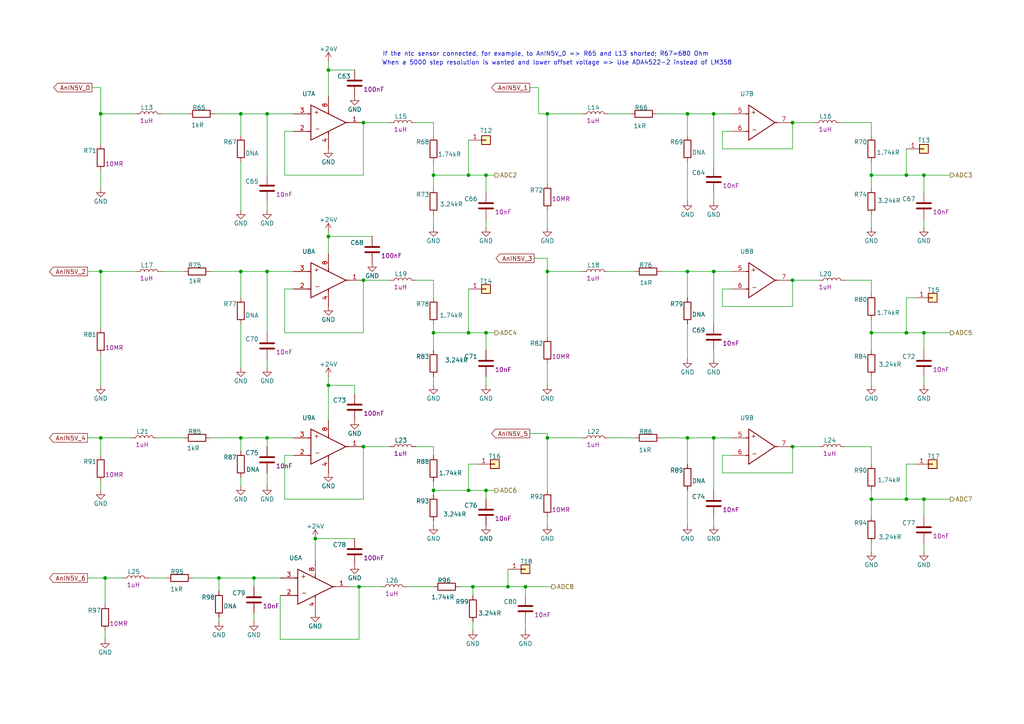
<source format=kicad_sch>
(kicad_sch (version 20231120) (generator "eeschema") (generator_version "8.0")
  (paper "A4")
  (title_block (title "Filters for 5V analog signal") (rev "1"))
  (junction (at 105.41 81.28))
  (junction (at 140.97 142.24))
  (junction (at 229.87 81.28))
  (junction (at 199.39 78.74))
  (junction (at 29.21 33.02))
  (junction (at 30.48 167.64))
  (junction (at 105.41 35.56))
  (junction (at 267.97 96.52))
  (junction (at 137.16 170.18))
  (junction (at 152.4 170.18))
  (junction (at 77.47 78.74))
  (junction (at 267.97 144.78))
  (junction (at 140.97 50.8))
  (junction (at 252.73 96.52))
  (junction (at 69.85 78.74))
  (junction (at 29.21 127))
  (junction (at 77.47 127))
  (junction (at 125.73 50.8))
  (junction (at 69.85 127))
  (junction (at 262.89 50.8))
  (junction (at 29.21 78.74))
  (junction (at 135.89 142.24))
  (junction (at 158.75 78.74))
  (junction (at 63.5 167.64))
  (junction (at 105.41 129.54))
  (junction (at 207.01 127))
  (junction (at 125.73 142.24))
  (junction (at 140.97 96.52))
  (junction (at 135.89 96.52))
  (junction (at 267.97 50.8))
  (junction (at 262.89 144.78))
  (junction (at 262.89 96.52))
  (junction (at 252.73 50.8))
  (junction (at 95.25 20.32))
  (junction (at 229.87 35.56))
  (junction (at 147.32 170.18))
  (junction (at 199.39 127))
  (junction (at 125.73 96.52))
  (junction (at 252.73 144.78))
  (junction (at 135.89 50.8))
  (junction (at 95.25 68.58))
  (junction (at 158.75 33.02))
  (junction (at 199.39 33.02))
  (junction (at 104.14 170.18))
  (junction (at 77.47 33.02))
  (junction (at 69.85 33.02))
  (junction (at 207.01 33.02))
  (junction (at 73.66 167.64))
  (junction (at 229.87 129.54))
  (junction (at 95.25 111.76))
  (junction (at 207.01 78.74))
  (junction (at 91.44 156.21))
  (junction (at 158.75 127))
  (wire (pts (xy 199.39 86.36) (xy 199.39 78.74)))
  (wire (pts (xy 229.87 81.28) (xy 229.87 88.9)))
  (wire (pts (xy 77.47 33.02) (xy 85.09 33.02)))
  (wire (pts (xy 158.75 74.93) (xy 158.75 78.74)))
  (wire (pts (xy 85.09 38.1) (xy 82.55 38.1)))
  (wire (pts (xy 69.85 86.36) (xy 69.85 78.74)))
  (wire (pts (xy 243.84 35.56) (xy 252.73 35.56)))
  (wire (pts (xy 102.87 111.76) (xy 95.25 111.76)))
  (wire (pts (xy 113.03 35.56) (xy 105.41 35.56)))
  (wire (pts (xy 143.51 50.8) (xy 140.97 50.8)))
  (wire (pts (xy 209.55 43.18) (xy 209.55 38.1)))
  (wire (pts (xy 262.89 96.52) (xy 267.97 96.52)))
  (wire (pts (xy 207.01 55.88) (xy 207.01 58.42)))
  (wire (pts (xy 125.73 46.99) (xy 125.73 50.8)))
  (wire (pts (xy 55.88 167.64) (xy 63.5 167.64)))
  (wire (pts (xy 168.91 127) (xy 158.75 127)))
  (wire (pts (xy 118.11 170.18) (xy 125.73 170.18)))
  (wire (pts (xy 140.97 66.04) (xy 140.97 63.5)))
  (wire (pts (xy 158.75 149.86) (xy 158.75 152.4)))
  (wire (pts (xy 245.11 81.28) (xy 252.73 81.28)))
  (wire (pts (xy 199.39 33.02) (xy 199.39 39.37)))
  (wire (pts (xy 125.73 50.8) (xy 125.73 54.61)))
  (wire (pts (xy 135.89 40.64) (xy 135.89 50.8)))
  (wire (pts (xy 77.47 78.74) (xy 85.09 78.74)))
  (wire (pts (xy 63.5 179.07) (xy 63.5 180.34)))
  (wire (pts (xy 135.89 50.8) (xy 140.97 50.8)))
  (wire (pts (xy 229.87 43.18) (xy 209.55 43.18)))
  (wire (pts (xy 38.1 127) (xy 29.21 127)))
  (wire (pts (xy 46.99 33.02) (xy 54.61 33.02)))
  (wire (pts (xy 125.73 66.04) (xy 125.73 62.23)))
  (wire (pts (xy 158.75 125.73) (xy 158.75 127)))
  (wire (pts (xy 82.55 144.78) (xy 105.41 144.78)))
  (wire (pts (xy 25.4 167.64) (xy 30.48 167.64)))
  (wire (pts (xy 69.85 127) (xy 60.96 127)))
  (wire (pts (xy 158.75 74.93) (xy 154.94 74.93)))
  (wire (pts (xy 77.47 129.54) (xy 77.47 127)))
  (wire (pts (xy 110.49 170.18) (xy 104.14 170.18)))
  (wire (pts (xy 207.01 33.02) (xy 212.09 33.02)))
  (wire (pts (xy 199.39 127) (xy 191.77 127)))
  (wire (pts (xy 77.47 96.52) (xy 77.47 78.74)))
  (wire (pts (xy 237.49 129.54) (xy 229.87 129.54)))
  (wire (pts (xy 140.97 50.8) (xy 140.97 55.88)))
  (wire (pts (xy 120.65 35.56) (xy 125.73 35.56)))
  (wire (pts (xy 267.97 144.78) (xy 267.97 149.86)))
  (wire (pts (xy 275.59 144.78) (xy 267.97 144.78)))
  (wire (pts (xy 125.73 152.4) (xy 125.73 151.13)))
  (wire (pts (xy 91.44 156.21) (xy 102.87 156.21)))
  (wire (pts (xy 252.73 81.28) (xy 252.73 85.09)))
  (wire (pts (xy 262.89 144.78) (xy 267.97 144.78)))
  (wire (pts (xy 29.21 127) (xy 25.4 127)))
  (wire (pts (xy 252.73 144.78) (xy 262.89 144.78)))
  (wire (pts (xy 85.09 83.82) (xy 82.55 83.82)))
  (wire (pts (xy 69.85 33.02) (xy 69.85 39.37)))
  (wire (pts (xy 53.34 127) (xy 45.72 127)))
  (wire (pts (xy 77.47 127) (xy 85.09 127)))
  (wire (pts (xy 209.55 38.1) (xy 212.09 38.1)))
  (wire (pts (xy 120.65 81.28) (xy 125.73 81.28)))
  (wire (pts (xy 137.16 180.34) (xy 137.16 182.88)))
  (wire (pts (xy 133.35 170.18) (xy 137.16 170.18)))
  (wire (pts (xy 252.73 50.8) (xy 262.89 50.8)))
  (wire (pts (xy 252.73 96.52) (xy 252.73 101.6)))
  (wire (pts (xy 69.85 78.74) (xy 60.96 78.74)))
  (wire (pts (xy 237.49 81.28) (xy 229.87 81.28)))
  (wire (pts (xy 69.85 78.74) (xy 77.47 78.74)))
  (wire (pts (xy 125.73 96.52) (xy 135.89 96.52)))
  (wire (pts (xy 95.25 67.31) (xy 95.25 68.58)))
  (wire (pts (xy 105.41 96.52) (xy 105.41 81.28)))
  (wire (pts (xy 275.59 96.52) (xy 267.97 96.52)))
  (wire (pts (xy 275.59 50.8) (xy 267.97 50.8)))
  (wire (pts (xy 156.21 25.4) (xy 156.21 33.02)))
  (wire (pts (xy 82.55 96.52) (xy 105.41 96.52)))
  (wire (pts (xy 82.55 50.8) (xy 105.41 50.8)))
  (wire (pts (xy 82.55 38.1) (xy 82.55 50.8)))
  (wire (pts (xy 252.73 144.78) (xy 252.73 149.86)))
  (wire (pts (xy 81.28 185.42) (xy 104.14 185.42)))
  (wire (pts (xy 69.85 46.99) (xy 69.85 60.96)))
  (wire (pts (xy 190.5 33.02) (xy 199.39 33.02)))
  (wire (pts (xy 113.03 81.28) (xy 105.41 81.28)))
  (wire (pts (xy 158.75 97.79) (xy 158.75 78.74)))
  (wire (pts (xy 125.73 111.76) (xy 125.73 109.22)))
  (wire (pts (xy 125.73 142.24) (xy 135.89 142.24)))
  (wire (pts (xy 207.01 127) (xy 212.09 127)))
  (wire (pts (xy 199.39 78.74) (xy 207.01 78.74)))
  (wire (pts (xy 95.25 109.22) (xy 95.25 111.76)))
  (wire (pts (xy 209.55 132.08) (xy 212.09 132.08)))
  (wire (pts (xy 95.25 20.32) (xy 95.25 27.94)))
  (wire (pts (xy 209.55 137.16) (xy 209.55 132.08)))
  (wire (pts (xy 73.66 170.18) (xy 73.66 167.64)))
  (wire (pts (xy 265.43 134.62) (xy 262.89 134.62)))
  (wire (pts (xy 147.32 165.1) (xy 147.32 170.18)))
  (wire (pts (xy 82.55 132.08) (xy 82.55 144.78)))
  (wire (pts (xy 209.55 83.82) (xy 212.09 83.82)))
  (wire (pts (xy 199.39 142.24) (xy 199.39 152.4)))
  (wire (pts (xy 229.87 129.54) (xy 229.87 137.16)))
  (wire (pts (xy 140.97 111.76) (xy 140.97 109.22)))
  (wire (pts (xy 209.55 88.9) (xy 209.55 83.82)))
  (wire (pts (xy 120.65 129.54) (xy 125.73 129.54)))
  (wire (pts (xy 29.21 33.02) (xy 29.21 41.91)))
  (wire (pts (xy 152.4 170.18) (xy 147.32 170.18)))
  (wire (pts (xy 229.87 137.16) (xy 209.55 137.16)))
  (wire (pts (xy 39.37 78.74) (xy 29.21 78.74)))
  (wire (pts (xy 199.39 46.99) (xy 199.39 58.42)))
  (wire (pts (xy 176.53 33.02) (xy 182.88 33.02)))
  (wire (pts (xy 138.43 134.62) (xy 135.89 134.62)))
  (wire (pts (xy 207.01 149.86) (xy 207.01 152.4)))
  (wire (pts (xy 158.75 125.73) (xy 153.67 125.73)))
  (wire (pts (xy 207.01 142.24) (xy 207.01 127)))
  (wire (pts (xy 69.85 127) (xy 77.47 127)))
  (wire (pts (xy 143.51 142.24) (xy 140.97 142.24)))
  (wire (pts (xy 29.21 139.7) (xy 29.21 142.24)))
  (wire (pts (xy 245.11 129.54) (xy 252.73 129.54)))
  (wire (pts (xy 29.21 102.87) (xy 29.21 111.76)))
  (wire (pts (xy 125.73 81.28) (xy 125.73 86.36)))
  (wire (pts (xy 184.15 78.74) (xy 176.53 78.74)))
  (wire (pts (xy 125.73 93.98) (xy 125.73 96.52)))
  (wire (pts (xy 140.97 96.52) (xy 140.97 101.6)))
  (wire (pts (xy 30.48 182.88) (xy 30.48 185.42)))
  (wire (pts (xy 267.97 160.02) (xy 267.97 157.48)))
  (wire (pts (xy 252.73 35.56) (xy 252.73 39.37)))
  (wire (pts (xy 265.43 86.36) (xy 262.89 86.36)))
  (wire (pts (xy 158.75 60.96) (xy 158.75 66.04)))
  (wire (pts (xy 152.4 180.34) (xy 152.4 182.88)))
  (wire (pts (xy 113.03 129.54) (xy 105.41 129.54)))
  (wire (pts (xy 137.16 170.18) (xy 137.16 172.72)))
  (wire (pts (xy 236.22 35.56) (xy 229.87 35.56)))
  (wire (pts (xy 160.02 170.18) (xy 152.4 170.18)))
  (wire (pts (xy 30.48 167.64) (xy 30.48 175.26)))
  (wire (pts (xy 267.97 66.04) (xy 267.97 63.5)))
  (wire (pts (xy 105.41 50.8) (xy 105.41 35.56)))
  (wire (pts (xy 207.01 93.98) (xy 207.01 78.74)))
  (wire (pts (xy 105.41 144.78) (xy 105.41 129.54)))
  (wire (pts (xy 135.89 96.52) (xy 140.97 96.52)))
  (wire (pts (xy 85.09 132.08) (xy 82.55 132.08)))
  (wire (pts (xy 29.21 78.74) (xy 25.4 78.74)))
  (wire (pts (xy 267.97 96.52) (xy 267.97 101.6)))
  (wire (pts (xy 29.21 132.08) (xy 29.21 127)))
  (wire (pts (xy 140.97 144.78) (xy 140.97 142.24)))
  (wire (pts (xy 252.73 46.99) (xy 252.73 50.8)))
  (wire (pts (xy 125.73 35.56) (xy 125.73 39.37)))
  (wire (pts (xy 81.28 172.72) (xy 81.28 185.42)))
  (wire (pts (xy 252.73 62.23) (xy 252.73 66.04)))
  (wire (pts (xy 252.73 92.71) (xy 252.73 96.52)))
  (wire (pts (xy 199.39 33.02) (xy 207.01 33.02)))
  (wire (pts (xy 107.95 68.58) (xy 95.25 68.58)))
  (wire (pts (xy 252.73 129.54) (xy 252.73 134.62)))
  (wire (pts (xy 63.5 167.64) (xy 73.66 167.64)))
  (wire (pts (xy 262.89 134.62) (xy 262.89 144.78)))
  (wire (pts (xy 199.39 78.74) (xy 191.77 78.74)))
  (wire (pts (xy 29.21 33.02) (xy 29.21 25.4)))
  (wire (pts (xy 252.73 96.52) (xy 262.89 96.52)))
  (wire (pts (xy 252.73 111.76) (xy 252.73 109.22)))
  (wire (pts (xy 29.21 25.4) (xy 26.67 25.4)))
  (wire (pts (xy 69.85 93.98) (xy 69.85 106.68)))
  (wire (pts (xy 168.91 78.74) (xy 158.75 78.74)))
  (wire (pts (xy 147.32 170.18) (xy 137.16 170.18)))
  (wire (pts (xy 69.85 130.81) (xy 69.85 127)))
  (wire (pts (xy 63.5 171.45) (xy 63.5 167.64)))
  (wire (pts (xy 77.47 104.14) (xy 77.47 106.68)))
  (wire (pts (xy 229.87 35.56) (xy 229.87 43.18)))
  (wire (pts (xy 267.97 111.76) (xy 267.97 109.22)))
  (wire (pts (xy 95.25 17.78) (xy 95.25 20.32)))
  (wire (pts (xy 152.4 172.72) (xy 152.4 170.18)))
  (wire (pts (xy 62.23 33.02) (xy 69.85 33.02)))
  (wire (pts (xy 252.73 50.8) (xy 252.73 54.61)))
  (wire (pts (xy 135.89 83.82) (xy 135.89 96.52)))
  (wire (pts (xy 252.73 160.02) (xy 252.73 157.48)))
  (wire (pts (xy 262.89 86.36) (xy 262.89 96.52)))
  (wire (pts (xy 125.73 96.52) (xy 125.73 101.6)))
  (wire (pts (xy 29.21 49.53) (xy 29.21 54.61)))
  (wire (pts (xy 135.89 134.62) (xy 135.89 142.24)))
  (wire (pts (xy 199.39 93.98) (xy 199.39 104.14)))
  (wire (pts (xy 104.14 185.42) (xy 104.14 170.18)))
  (wire (pts (xy 262.89 43.18) (xy 262.89 50.8)))
  (wire (pts (xy 104.14 170.18) (xy 101.6 170.18)))
  (wire (pts (xy 77.47 58.42) (xy 77.47 60.96)))
  (wire (pts (xy 125.73 129.54) (xy 125.73 132.08)))
  (wire (pts (xy 199.39 127) (xy 207.01 127)))
  (wire (pts (xy 125.73 142.24) (xy 125.73 143.51)))
  (wire (pts (xy 158.75 33.02) (xy 168.91 33.02)))
  (wire (pts (xy 125.73 50.8) (xy 135.89 50.8)))
  (wire (pts (xy 30.48 167.64) (xy 35.56 167.64)))
  (wire (pts (xy 143.51 96.52) (xy 140.97 96.52)))
  (wire (pts (xy 53.34 78.74) (xy 46.99 78.74)))
  (wire (pts (xy 29.21 95.25) (xy 29.21 78.74)))
  (wire (pts (xy 158.75 33.02) (xy 158.75 53.34)))
  (wire (pts (xy 176.53 127) (xy 184.15 127)))
  (wire (pts (xy 69.85 33.02) (xy 77.47 33.02)))
  (wire (pts (xy 73.66 167.64) (xy 81.28 167.64)))
  (wire (pts (xy 207.01 78.74) (xy 212.09 78.74)))
  (wire (pts (xy 158.75 142.24) (xy 158.75 127)))
  (wire (pts (xy 77.47 50.8) (xy 77.47 33.02)))
  (wire (pts (xy 125.73 139.7) (xy 125.73 142.24)))
  (wire (pts (xy 135.89 142.24) (xy 140.97 142.24)))
  (wire (pts (xy 82.55 83.82) (xy 82.55 96.52)))
  (wire (pts (xy 39.37 33.02) (xy 29.21 33.02)))
  (wire (pts (xy 229.87 88.9) (xy 209.55 88.9)))
  (wire (pts (xy 69.85 138.43) (xy 69.85 140.97)))
  (wire (pts (xy 207.01 101.6) (xy 207.01 104.14)))
  (wire (pts (xy 158.75 105.41) (xy 158.75 111.76)))
  (wire (pts (xy 43.18 167.64) (xy 48.26 167.64)))
  (wire (pts (xy 102.87 20.32) (xy 95.25 20.32)))
  (wire (pts (xy 207.01 48.26) (xy 207.01 33.02)))
  (wire (pts (xy 262.89 50.8) (xy 267.97 50.8)))
  (wire (pts (xy 267.97 50.8) (xy 267.97 55.88)))
  (wire (pts (xy 156.21 33.02) (xy 158.75 33.02)))
  (wire (pts (xy 95.25 111.76) (xy 95.25 121.92)))
  (wire (pts (xy 91.44 162.56) (xy 91.44 156.21)))
  (wire (pts (xy 252.73 142.24) (xy 252.73 144.78)))
  (wire (pts (xy 199.39 134.62) (xy 199.39 127)))
  (wire (pts (xy 153.67 25.4) (xy 156.21 25.4)))
  (wire (pts (xy 95.25 68.58) (xy 95.25 73.66)))
  (wire (pts (xy 77.47 137.16) (xy 77.47 140.97)))
  (wire (pts (xy 73.66 180.34) (xy 73.66 177.8)))
  (wire (pts (xy 102.87 114.3) (xy 102.87 111.76)))
  (text "When a 5000 step resolution is wanted and lower offset voltage => Use ADA4522-2 instead of LM358" (at 161.544 18.288 0) (effects (font (size 1.27 1.27))))
  (text "If the ntc sensor connected, for example, to AnIN5V_0 => R65 and L13 shorted; R67=680 Ohm" (at 158.242 15.748 0) (effects (font (size 1.27 1.27))))
  (global_label "AnIN5V_5" (shape output) (at 153.67 125.73 180) (property "Intersheetrefs" "${INTERSHEET_REFS}" (effects (hide yes))))
  (global_label "AnIN5V_4" (shape output) (at 25.4 127 180) (property "Intersheetrefs" "${INTERSHEET_REFS}" (effects (hide yes))))
  (global_label "AnIN5V_2" (shape output) (at 25.4 78.74 180) (property "Intersheetrefs" "${INTERSHEET_REFS}" (effects (hide yes))))
  (global_label "AnIN5V_3" (shape output) (at 154.94 74.93 180) (property "Intersheetrefs" "${INTERSHEET_REFS}" (effects (hide yes))))
  (global_label "AnIN5V_1" (shape output) (at 153.67 25.4 180) (property "Intersheetrefs" "${INTERSHEET_REFS}" (effects (hide yes))))
  (global_label "AnIN5V_0" (shape output) (at 26.67 25.4 180) (property "Intersheetrefs" "${INTERSHEET_REFS}" (effects (hide yes))))
  (global_label "AnIN5V_6" (shape output) (at 25.4 167.64 180) (property "Intersheetrefs" "${INTERSHEET_REFS}" (effects (hide yes))))
  (hierarchical_label "ADC6" (shape output) (at 143.51 142.24 0))
  (hierarchical_label "ADC2" (shape output) (at 143.51 50.8 0))
  (hierarchical_label "ADC4" (shape output) (at 143.51 96.52 0))
  (hierarchical_label "ADC5" (shape output) (at 275.59 96.52 0))
  (hierarchical_label "ADC3" (shape output) (at 275.59 50.8 0))
  (hierarchical_label "ADC8" (shape output) (at 160.02 170.18 0))
  (hierarchical_label "ADC7" (shape output) (at 275.59 144.78 0))
  (symbol (lib_id "Device:R") (at 125.73 90.17 0) (unit 1)
    (property "Reference" "R78" (at 120.65 88.9 0) (effects (justify left bottom)))
    (property "Value" "1.74kR" (at 127.508 92.202 0) (effects (justify left bottom)))
    (property "Footprint" "Resistor_SMD:R_0805_2012Metric_Pad1.20x1.40mm_HandSolder" (effects (hide yes)))
    (property "Description" "ERJ-PB6B1741V" (effects (hide yes)))
  )
  (symbol (lib_id "power:GND") (at 102.87 121.92 0) (unit 1)
    (property "Reference" "#PWR?" (effects (hide yes)))
    (property "Value" "GND" (at 102.87 125.73 0))
    (property "Description" "Power symbol creates a global label with name \"GND\" , ground" (effects (hide yes)))
  )
  (symbol (lib_id "Device:R") (at 187.96 127 90) (unit 1)
    (property "Reference" "R86" (at 189.23 124.46 90) (effects (justify left bottom)))
    (property "Value" "1kR" (at 188.976 129.794 90) (effects (justify left bottom)))
    (property "Footprint" "Resistor_SMD:R_0805_2012Metric_Pad1.20x1.40mm_HandSolder" (effects (hide yes)))
    (property "Description" "ERJ-PB6B1001V" (effects (hide yes)))
  )
  (symbol (lib_id "power:GND") (at 252.73 111.76 0) (unit 1)
    (property "Reference" "#PWR?" (effects (hide yes)))
    (property "Value" "GND" (at 252.73 115.57 0))
    (property "Description" "Power symbol creates a global label with name \"GND\" , ground" (effects (hide yes)))
  )
  (symbol (lib_id "Device:R") (at 29.21 135.89 0) (unit 1)
    (property "Reference" "R91" (at 24.13 134.62 0) (effects (justify left bottom)))
    (property "Value" "10MR" (effects (hide yes)))
    (property "Footprint" "Resistor_SMD:R_0805_2012Metric_Pad1.20x1.40mm_HandSolder" (effects (hide yes)))
    (property "Description" "CRCW080510M0FKEA" (effects (hide yes)))
    (property "CONTACT PLATING" "Tin" (effects (hide yes)))
    (property "POWER RATING" "125mW" (effects (hide yes)))
    (property "COMPOSITION" "Thick Film" (effects (hide yes)))
    (property "VOLTAGE RATING (DC)" "150V" (effects (hide yes)))
    (property "TOLERANCE" "5%" (effects (hide yes)))
    (property "LENGTH" "2mm" (effects (hide yes)))
    (property "WEIGHT" "0.000194oz" (effects (hide yes)))
    (property "CASE CODE (METRIC)" "2012" (effects (hide yes)))
    (property "VOLTAGE RATING" "150V" (effects (hide yes)))
    (property "PACKAGE QUANTITY" "10" (effects (hide yes)))
    (property "HEIGHT" "0.02inch" (effects (hide yes)))
    (property "CASE CODE (IMPERIAL)" "0805" (effects (hide yes)))
    (property "RESISTANCE" "10MR" (at 30.48 138.43 0) (effects (justify left bottom)))
    (property "LEAD FREE" "Lead Free" (effects (hide yes)))
    (property "DEPTH" "1.25mm" (effects (hide yes)))
    (property "MIN OPERATING TEMPERATURE" "-55°C" (effects (hide yes)))
    (property "MAX POWER DISSIPATION" "125mW" (effects (hide yes)))
    (property "TEMPERATURE COEFFICIENT" "100ppm/°C" (effects (hide yes)))
    (property "MOUNT" "Surface Mount" (effects (hide yes)))
    (property "FEATURES" "Automotive AEC-Q200" (effects (hide yes)))
    (property "TERMINATION" "SMD/SMT" (effects (hide yes)))
    (property "MAX OPERATING TEMPERATURE" "155°C" (effects (hide yes)))
    (property "RADIATION HARDENING" "No" (effects (hide yes)))
    (property "CASE/PACKAGE" "0805" (effects (hide yes)))
    (property "WIDTH" "0.049inch" (effects (hide yes)))
    (property "MILITARY STANDARD" "Not" (effects (hide yes)))
    (property "NUMBER OF TERMINATIONS" "2" (effects (hide yes)))
    (property "PACKAGING" "Tape and Reel" (effects (hide yes)))
    (property "ALTIUM_VALUE" "10MR" (effects (hide yes)))
  )
  (symbol (lib_id "Device:C") (at 267.97 153.67 0) (unit 1)
    (property "Reference" "C77" (at 261.62 152.4 0) (effects (justify left bottom)))
    (property "Value" "10nF" (effects (hide yes)))
    (property "Footprint" "Capacitor_SMD:C_0805_2012Metric_Pad1.18x1.45mm_HandSolder" (effects (hide yes)))
    (property "Description" "C0805C103KARACAUTO" (effects (hide yes)))
    (property "HEIGHT" "0.78mm" (effects (hide yes)))
    (property "MIN OPERATING TEMPERATURE" "-55°C" (effects (hide yes)))
    (property "LENGTH" "2mm" (effects (hide yes)))
    (property "MAX OPERATING TEMPERATURE" "125°C" (effects (hide yes)))
    (property "CASE/PACKAGE" "0805" (effects (hide yes)))
    (property "WIDTH" "1.25mm" (effects (hide yes)))
    (property "PACKAGING" "Tape and Reel" (effects (hide yes)))
    (property "CAPACITOR TYPE" "Ceramic" (effects (hide yes)))
    (property "DIELECTRIC MATERIAL" "Ceramic" (effects (hide yes)))
    (property "JESD-609 CODE" "e3" (effects (hide yes)))
    (property "MOUNTING TECHNOLOGY" "Surface Mount" (effects (hide yes)))
    (property "MULTILAYER" "Yes" (effects (hide yes)))
    (property "PACKAGE SHAPE" "Rectangular" (effects (hide yes)))
    (property "PACKAGE STYLE" "SMTMeter" (effects (hide yes)))
    (property "PINS" "2" (effects (hide yes)))
    (property "RATED DC VOLTAGE (URDC)" "250V" (effects (hide yes)))
    (property "REACH SVHC COMPLIANT" "Yes" (effects (hide yes)))
    (property "REFERENCE STANDARD" "AEC-Q200" (effects (hide yes)))
    (property "ROHS COMPLIANT" "Yes" (effects (hide yes)))
    (property "TEMPERATURE CHARACTERISTICS CODE" "X7R" (effects (hide yes)))
    (property "TERMINAL FINISH" "Nickel" (effects (hide yes)))
    (property "TERMINATION" "Wraparound" (effects (hide yes)))
    (property "TOLERANCE  (FILL IN AS +-)" "10%" (effects (hide yes)))
    (property "TOLERANCE (FILL IN AS +-)" "10%" (effects (hide yes)))
    (property "ALTIUM_VALUE" "10nF" (at 270.51 156.21 0) (effects (justify left bottom)))
  )
  (symbol (lib_id "Device:R") (at 137.16 176.53 0) (unit 1)
    (property "Reference" "R99" (at 132.08 175.26 0) (effects (justify left bottom)))
    (property "Value" "3.24kR" (at 138.684 178.562 0) (effects (justify left bottom)))
    (property "Footprint" "Resistor_SMD:R_0805_2012Metric_Pad1.20x1.40mm_HandSolder" (effects (hide yes)))
    (property "Description" "ERJ-PB6B3241V" (effects (hide yes)))
  )
  (symbol (lib_id "Device:R") (at 252.73 88.9 0) (unit 1)
    (property "Reference" "R80" (at 247.65 87.63 0) (effects (justify left bottom)))
    (property "Value" "1.74kR" (at 254.254 91.44 0) (effects (justify left bottom)))
    (property "Footprint" "Resistor_SMD:R_0805_2012Metric_Pad1.20x1.40mm_HandSolder" (effects (hide yes)))
    (property "Description" "ERJ-PB6B1741V" (effects (hide yes)))
  )
  (symbol (lib_id "power:GND") (at 267.97 66.04 0) (unit 1)
    (property "Reference" "#PWR?" (effects (hide yes)))
    (property "Value" "GND" (at 267.97 69.85 0))
    (property "Description" "Power symbol creates a global label with name \"GND\" , ground" (effects (hide yes)))
  )
  (symbol (lib_id "Device:C") (at 107.95 72.39 0) (unit 1)
    (property "Reference" "C68" (at 101.6 71.12 0) (effects (justify left bottom)))
    (property "Value" "100nF" (effects (hide yes)))
    (property "Footprint" "Capacitor_SMD:C_0805_2012Metric_Pad1.18x1.45mm_HandSolder" (effects (hide yes)))
    (property "Description" "08055C104KAT4A" (effects (hide yes)))
    (property "HEIGHT" "0.94mm" (effects (hide yes)))
    (property "ALTIUM_VALUE" "100nF" (at 110.49 74.93 0) (effects (justify left bottom)))
    (property "CAPACITOR TYPE" "Ceramic" (effects (hide yes)))
    (property "CASE/PACKAGE" "0805" (effects (hide yes)))
    (property "DIELECTRIC MATERIAL" "Ceramic" (effects (hide yes)))
    (property "JESD-609 CODE" "e3" (effects (hide yes)))
    (property "LENGTH" "2.01mm" (effects (hide yes)))
    (property "MAX OPERATING TEMPERATURE" "125°C" (effects (hide yes)))
    (property "MIN OPERATING TEMPERATURE" "-55°C" (effects (hide yes)))
    (property "MOUNTING TECHNOLOGY" "Surface Mount" (effects (hide yes)))
    (property "MULTILAYER" "Yes" (effects (hide yes)))
    (property "PACKAGE SHAPE" "Rectangular" (effects (hide yes)))
    (property "PACKAGE STYLE" "SMTMeter" (effects (hide yes)))
    (property "PACKAGING" "Tape and Reel" (effects (hide yes)))
    (property "PINS" "2" (effects (hide yes)))
    (property "RATED DC VOLTAGE (URDC)" "50V" (effects (hide yes)))
    (property "REACH SVHC COMPLIANT" "Yes" (effects (hide yes)))
    (property "ROHS COMPLIANT" "Yes" (effects (hide yes)))
    (property "TEMPERATURE CHARACTERISTICS CODE" "X7R" (effects (hide yes)))
    (property "TERMINAL FINISH" "Nickel" (effects (hide yes)))
    (property "TERMINATION" "Wraparound" (effects (hide yes)))
    (property "TOLERANCE  (FILL IN AS +-)" "10%" (effects (hide yes)))
    (property "TOLERANCE (FILL IN AS +-)" "10%" (effects (hide yes)))
    (property "WIDTH" "1.25mm" (effects (hide yes)))
  )
  (symbol (lib_id "power:GND") (at 77.47 140.97 0) (unit 1)
    (property "Reference" "#PWR?" (effects (hide yes)))
    (property "Value" "GND" (at 77.47 144.78 0))
    (property "Description" "Power symbol creates a global label with name \"GND\" , ground" (effects (hide yes)))
  )
  (symbol (lib_id "power:GND") (at 125.73 111.76 0) (unit 1)
    (property "Reference" "#PWR?" (effects (hide yes)))
    (property "Value" "GND" (at 125.73 115.57 0))
    (property "Description" "Power symbol creates a global label with name \"GND\" , ground" (effects (hide yes)))
  )
  (symbol (lib_id "Device:R") (at 252.73 105.41 0) (unit 1)
    (property "Reference" "R84" (at 247.65 104.14 0) (effects (justify left bottom)))
    (property "Value" "3.24kR" (at 254.762 106.426 0) (effects (justify left bottom)))
    (property "Footprint" "Resistor_SMD:R_0805_2012Metric_Pad1.20x1.40mm_HandSolder" (effects (hide yes)))
    (property "Description" "ERJ-PB6B3241V" (effects (hide yes)))
  )
  (symbol (lib_id "power:GND") (at 77.47 60.96 0) (unit 1)
    (property "Reference" "#PWR?" (effects (hide yes)))
    (property "Value" "GND" (at 77.47 64.77 0))
    (property "Description" "Power symbol creates a global label with name \"GND\" , ground" (effects (hide yes)))
  )
  (symbol (lib_id "Device:L") (at 43.18 78.74 90) (unit 1)
    (property "Reference" "L17" (at 44.45 76.2 90) (effects (justify left bottom)))
    (property "Value" "1uH" (effects (hide yes)))
    (property "Footprint" "Inductor_SMD:L_0805_2012Metric_Pad1.15x1.40mm_HandSolder" (effects (hide yes)))
    (property "Description" "LQM21PN1R0NGCD" (effects (hide yes)))
    (property "INDUCTANCE" "1uH" (at 44.45 80.01 90) (effects (justify left bottom)))
    (property "CASE/PACKAGE" "0805" (effects (hide yes)))
    (property "MILITARY STANDARD" "Not" (effects (hide yes)))
    (property "WIDTH" "0.049inch" (effects (hide yes)))
    (property "TERMINATION" "SMD/SMT" (effects (hide yes)))
    (property "ROHS COMPLIANT" "Yes" (effects (hide yes)))
    (property "TOLERANCE" "30%" (effects (hide yes)))
    (property "MAX OPERATING TEMPERATURE" "125°C" (effects (hide yes)))
    (property "TEST FREQUENCY" "1MHz" (effects (hide yes)))
    (property "HEIGHT - SEATED (MAX)" "0.039inch" (effects (hide yes)))
    (property "SERIES" "LQM21P_GC" (effects (hide yes)))
    (property "PACKAGING" "Tape and Reel" (effects (hide yes)))
    (property "CASE CODE (METRIC)" "2012" (effects (hide yes)))
    (property "LEAD FREE" "Lead Free" (effects (hide yes)))
    (property "LENGTH" "0.079inch" (effects (hide yes)))
    (property "CASE CODE (IMPERIAL)" "0805" (effects (hide yes)))
    (property "PACKAGE QUANTITY" "4000" (effects (hide yes)))
    (property "DC CURRENT" "900mA" (effects (hide yes)))
    (property "DEPTH" "1.4mm" (effects (hide yes)))
    (property "MAX DC CURRENT" "900mA" (effects (hide yes)))
    (property "CORE MATERIAL" "Ferrite" (effects (hide yes)))
    (property "SHIELDING" "Shielded" (effects (hide yes)))
    (property "MIN OPERATING TEMPERATURE" "-55°C" (effects (hide yes)))
    (property "DC RESISTANCE (DCR)" "125mR" (effects (hide yes)))
    (property "SELF RESONANT FREQUENCY" "50MHz" (effects (hide yes)))
    (property "HEIGHT" "0.9mm" (effects (hide yes)))
    (property "MOUNT" "Surface Mount" (effects (hide yes)))
    (property "CURRENT RATING" "900mA" (effects (hide yes)))
    (property "ALTIUM_VALUE" "1uH" (effects (hide yes)))
  )
  (symbol (lib_id "power:GND") (at 69.85 140.97 0) (unit 1)
    (property "Reference" "#PWR?" (effects (hide yes)))
    (property "Value" "GND" (at 69.85 144.78 0))
    (property "Description" "Power symbol creates a global label with name \"GND\" , ground" (effects (hide yes)))
  )
  (symbol (lib_id "Device:R") (at 252.73 138.43 0) (unit 1)
    (property "Reference" "R90" (at 247.65 137.16 0) (effects (justify left bottom)))
    (property "Value" "1.74kR" (at 254.508 139.954 0) (effects (justify left bottom)))
    (property "Footprint" "Resistor_SMD:R_0805_2012Metric_Pad1.20x1.40mm_HandSolder" (effects (hide yes)))
    (property "Description" "ERJ-PB6B1741V" (effects (hide yes)))
  )
  (symbol (lib_id "power:GND") (at 29.21 54.61 0) (unit 1)
    (property "Reference" "#PWR?" (effects (hide yes)))
    (property "Value" "GND" (at 29.21 58.42 0))
    (property "Description" "Power symbol creates a global label with name \"GND\" , ground" (effects (hide yes)))
  )
  (symbol (lib_id "power:GND") (at 137.16 182.88 0) (unit 1)
    (property "Reference" "#PWR?" (effects (hide yes)))
    (property "Value" "GND" (at 137.16 186.69 0))
    (property "Description" "Power symbol creates a global label with name \"GND\" , ground" (effects (hide yes)))
  )
  (symbol (lib_id "power:GND") (at 140.97 66.04 0) (unit 1)
    (property "Reference" "#PWR?" (effects (hide yes)))
    (property "Value" "GND" (at 140.97 69.85 0))
    (property "Description" "Power symbol creates a global label with name \"GND\" , ground" (effects (hide yes)))
  )
  (symbol (lib_id "power:GND") (at 69.85 106.68 0) (unit 1)
    (property "Reference" "#PWR?" (effects (hide yes)))
    (property "Value" "GND" (at 69.85 110.49 0))
    (property "Description" "Power symbol creates a global label with name \"GND\" , ground" (effects (hide yes)))
  )
  (symbol (lib_id "power:GND") (at 158.75 66.04 0) (unit 1)
    (property "Reference" "#PWR?" (effects (hide yes)))
    (property "Value" "GND" (at 158.75 69.85 0))
    (property "Description" "Power symbol creates a global label with name \"GND\" , ground" (effects (hide yes)))
  )
  (symbol (lib_id "Untitled-altium-import:root_0_d5b36c1049528187b1d2197d5d58d7e") (at 212.09 78.74 0) (unit 2)
    (property "Reference" "U8" (at 214.63 73.66 0) (effects (justify left bottom)))
    (property "Value" "LM358BAIDR" (effects (hide yes)))
    (property "Footprint" "Vault:FP-D0008A-IPC_A" (effects (hide yes)))
  )
  (symbol (lib_id "power:GND") (at 29.21 142.24 0) (unit 1)
    (property "Reference" "#PWR?" (effects (hide yes)))
    (property "Value" "GND" (at 29.21 146.05 0))
    (property "Description" "Power symbol creates a global label with name \"GND\" , ground" (effects (hide yes)))
  )
  (symbol (lib_id "Device:L") (at 114.3 170.18 90) (unit 1)
    (property "Reference" "L26" (at 115.57 167.64 90) (effects (justify left bottom)))
    (property "Value" "1uH" (effects (hide yes)))
    (property "Footprint" "Inductor_SMD:L_0805_2012Metric_Pad1.15x1.40mm_HandSolder" (effects (hide yes)))
    (property "Description" "LQM21PN1R0NGCD" (effects (hide yes)))
    (property "INDUCTANCE" "1uH" (at 115.57 171.45 90) (effects (justify left bottom)))
    (property "CASE/PACKAGE" "0805" (effects (hide yes)))
    (property "MILITARY STANDARD" "Not" (effects (hide yes)))
    (property "WIDTH" "0.049inch" (effects (hide yes)))
    (property "TERMINATION" "SMD/SMT" (effects (hide yes)))
    (property "ROHS COMPLIANT" "Yes" (effects (hide yes)))
    (property "TOLERANCE" "30%" (effects (hide yes)))
    (property "MAX OPERATING TEMPERATURE" "125°C" (effects (hide yes)))
    (property "TEST FREQUENCY" "1MHz" (effects (hide yes)))
    (property "HEIGHT - SEATED (MAX)" "0.039inch" (effects (hide yes)))
    (property "SERIES" "LQM21P_GC" (effects (hide yes)))
    (property "PACKAGING" "Tape and Reel" (effects (hide yes)))
    (property "CASE CODE (METRIC)" "2012" (effects (hide yes)))
    (property "LEAD FREE" "Lead Free" (effects (hide yes)))
    (property "LENGTH" "0.079inch" (effects (hide yes)))
    (property "CASE CODE (IMPERIAL)" "0805" (effects (hide yes)))
    (property "PACKAGE QUANTITY" "4000" (effects (hide yes)))
    (property "DC CURRENT" "900mA" (effects (hide yes)))
    (property "DEPTH" "1.4mm" (effects (hide yes)))
    (property "MAX DC CURRENT" "900mA" (effects (hide yes)))
    (property "CORE MATERIAL" "Ferrite" (effects (hide yes)))
    (property "SHIELDING" "Shielded" (effects (hide yes)))
    (property "MIN OPERATING TEMPERATURE" "-55°C" (effects (hide yes)))
    (property "DC RESISTANCE (DCR)" "125mR" (effects (hide yes)))
    (property "SELF RESONANT FREQUENCY" "50MHz" (effects (hide yes)))
    (property "HEIGHT" "0.9mm" (effects (hide yes)))
    (property "MOUNT" "Surface Mount" (effects (hide yes)))
    (property "CURRENT RATING" "900mA" (effects (hide yes)))
    (property "ALTIUM_VALUE" "1uH" (effects (hide yes)))
  )
  (symbol (lib_id "Device:R") (at 129.54 170.18 90) (unit 1)
    (property "Reference" "R96" (at 130.81 167.64 90) (effects (justify left bottom)))
    (property "Value" "1.74kR" (at 131.826 172.466 90) (effects (justify left bottom)))
    (property "Footprint" "Resistor_SMD:R_0805_2012Metric_Pad1.20x1.40mm_HandSolder" (effects (hide yes)))
    (property "Description" "ERJ-PB6B1741V" (effects (hide yes)))
  )
  (symbol (lib_id "Device:L") (at 116.84 81.28 90) (unit 1)
    (property "Reference" "L19" (at 118.11 78.74 90) (effects (justify left bottom)))
    (property "Value" "1uH" (effects (hide yes)))
    (property "Footprint" "Inductor_SMD:L_0805_2012Metric_Pad1.15x1.40mm_HandSolder" (effects (hide yes)))
    (property "Description" "LQM21PN1R0NGCD" (effects (hide yes)))
    (property "INDUCTANCE" "1uH" (at 118.11 82.55 90) (effects (justify left bottom)))
    (property "CASE/PACKAGE" "0805" (effects (hide yes)))
    (property "MILITARY STANDARD" "Not" (effects (hide yes)))
    (property "WIDTH" "0.049inch" (effects (hide yes)))
    (property "TERMINATION" "SMD/SMT" (effects (hide yes)))
    (property "ROHS COMPLIANT" "Yes" (effects (hide yes)))
    (property "TOLERANCE" "30%" (effects (hide yes)))
    (property "MAX OPERATING TEMPERATURE" "125°C" (effects (hide yes)))
    (property "TEST FREQUENCY" "1MHz" (effects (hide yes)))
    (property "HEIGHT - SEATED (MAX)" "0.039inch" (effects (hide yes)))
    (property "SERIES" "LQM21P_GC" (effects (hide yes)))
    (property "PACKAGING" "Tape and Reel" (effects (hide yes)))
    (property "CASE CODE (METRIC)" "2012" (effects (hide yes)))
    (property "LEAD FREE" "Lead Free" (effects (hide yes)))
    (property "LENGTH" "0.079inch" (effects (hide yes)))
    (property "CASE CODE (IMPERIAL)" "0805" (effects (hide yes)))
    (property "PACKAGE QUANTITY" "4000" (effects (hide yes)))
    (property "DC CURRENT" "900mA" (effects (hide yes)))
    (property "DEPTH" "1.4mm" (effects (hide yes)))
    (property "MAX DC CURRENT" "900mA" (effects (hide yes)))
    (property "CORE MATERIAL" "Ferrite" (effects (hide yes)))
    (property "SHIELDING" "Shielded" (effects (hide yes)))
    (property "MIN OPERATING TEMPERATURE" "-55°C" (effects (hide yes)))
    (property "DC RESISTANCE (DCR)" "125mR" (effects (hide yes)))
    (property "SELF RESONANT FREQUENCY" "50MHz" (effects (hide yes)))
    (property "HEIGHT" "0.9mm" (effects (hide yes)))
    (property "MOUNT" "Surface Mount" (effects (hide yes)))
    (property "CURRENT RATING" "900mA" (effects (hide yes)))
    (property "ALTIUM_VALUE" "1uH" (effects (hide yes)))
  )
  (symbol (lib_id "Device:C") (at 267.97 105.41 0) (unit 1)
    (property "Reference" "C72" (at 261.62 104.14 0) (effects (justify left bottom)))
    (property "Value" "10nF" (effects (hide yes)))
    (property "Footprint" "Capacitor_SMD:C_0805_2012Metric_Pad1.18x1.45mm_HandSolder" (effects (hide yes)))
    (property "Description" "C0805C103KARACAUTO" (effects (hide yes)))
    (property "HEIGHT" "0.78mm" (effects (hide yes)))
    (property "MIN OPERATING TEMPERATURE" "-55°C" (effects (hide yes)))
    (property "LENGTH" "2mm" (effects (hide yes)))
    (property "MAX OPERATING TEMPERATURE" "125°C" (effects (hide yes)))
    (property "CASE/PACKAGE" "0805" (effects (hide yes)))
    (property "WIDTH" "1.25mm" (effects (hide yes)))
    (property "PACKAGING" "Tape and Reel" (effects (hide yes)))
    (property "CAPACITOR TYPE" "Ceramic" (effects (hide yes)))
    (property "DIELECTRIC MATERIAL" "Ceramic" (effects (hide yes)))
    (property "JESD-609 CODE" "e3" (effects (hide yes)))
    (property "MOUNTING TECHNOLOGY" "Surface Mount" (effects (hide yes)))
    (property "MULTILAYER" "Yes" (effects (hide yes)))
    (property "PACKAGE SHAPE" "Rectangular" (effects (hide yes)))
    (property "PACKAGE STYLE" "SMTMeter" (effects (hide yes)))
    (property "PINS" "2" (effects (hide yes)))
    (property "RATED DC VOLTAGE (URDC)" "250V" (effects (hide yes)))
    (property "REACH SVHC COMPLIANT" "Yes" (effects (hide yes)))
    (property "REFERENCE STANDARD" "AEC-Q200" (effects (hide yes)))
    (property "ROHS COMPLIANT" "Yes" (effects (hide yes)))
    (property "TEMPERATURE CHARACTERISTICS CODE" "X7R" (effects (hide yes)))
    (property "TERMINAL FINISH" "Nickel" (effects (hide yes)))
    (property "TERMINATION" "Wraparound" (effects (hide yes)))
    (property "TOLERANCE  (FILL IN AS +-)" "10%" (effects (hide yes)))
    (property "TOLERANCE (FILL IN AS +-)" "10%" (effects (hide yes)))
    (property "ALTIUM_VALUE" "10nF" (at 270.51 107.95 0) (effects (justify left bottom)))
  )
  (symbol (lib_id "power:GND") (at 69.85 60.96 0) (unit 1)
    (property "Reference" "#PWR?" (effects (hide yes)))
    (property "Value" "GND" (at 69.85 64.77 0))
    (property "Description" "Power symbol creates a global label with name \"GND\" , ground" (effects (hide yes)))
  )
  (symbol (lib_id "Device:R") (at 69.85 43.18 0) (unit 1)
    (property "Reference" "R67" (at 64.77 41.91 0) (effects (justify left bottom)))
    (property "Value" "DNA" (at 71.12 45.212 0) (effects (justify left bottom)))
    (property "Footprint" "Resistor_SMD:R_0805_2012Metric_Pad1.20x1.40mm_HandSolder" (effects (hide yes)))
    (property "ALTIUM_VALUE" "680R" (effects (hide yes)))
    (property "MANUFACTURER" "Vishay Dale" (effects (hide yes)))
    (property "PART NUMBER" "CRCW0805680RFKEA" (effects (hide yes)))
  )
  (symbol (lib_id "Device:L") (at 241.3 129.54 90) (unit 1)
    (property "Reference" "L24" (at 242.57 127 90) (effects (justify left bottom)))
    (property "Value" "1uH" (effects (hide yes)))
    (property "Footprint" "Inductor_SMD:L_0805_2012Metric_Pad1.15x1.40mm_HandSolder" (effects (hide yes)))
    (property "Description" "LQM21PN1R0NGCD" (effects (hide yes)))
    (property "INDUCTANCE" "1uH" (at 242.57 130.81 90) (effects (justify left bottom)))
    (property "CASE/PACKAGE" "0805" (effects (hide yes)))
    (property "MILITARY STANDARD" "Not" (effects (hide yes)))
    (property "WIDTH" "0.049inch" (effects (hide yes)))
    (property "TERMINATION" "SMD/SMT" (effects (hide yes)))
    (property "ROHS COMPLIANT" "Yes" (effects (hide yes)))
    (property "TOLERANCE" "30%" (effects (hide yes)))
    (property "MAX OPERATING TEMPERATURE" "125°C" (effects (hide yes)))
    (property "TEST FREQUENCY" "1MHz" (effects (hide yes)))
    (property "HEIGHT - SEATED (MAX)" "0.039inch" (effects (hide yes)))
    (property "SERIES" "LQM21P_GC" (effects (hide yes)))
    (property "PACKAGING" "Tape and Reel" (effects (hide yes)))
    (property "CASE CODE (METRIC)" "2012" (effects (hide yes)))
    (property "LEAD FREE" "Lead Free" (effects (hide yes)))
    (property "LENGTH" "0.079inch" (effects (hide yes)))
    (property "CASE CODE (IMPERIAL)" "0805" (effects (hide yes)))
    (property "PACKAGE QUANTITY" "4000" (effects (hide yes)))
    (property "DC CURRENT" "900mA" (effects (hide yes)))
    (property "DEPTH" "1.4mm" (effects (hide yes)))
    (property "MAX DC CURRENT" "900mA" (effects (hide yes)))
    (property "CORE MATERIAL" "Ferrite" (effects (hide yes)))
    (property "SHIELDING" "Shielded" (effects (hide yes)))
    (property "MIN OPERATING TEMPERATURE" "-55°C" (effects (hide yes)))
    (property "DC RESISTANCE (DCR)" "125mR" (effects (hide yes)))
    (property "SELF RESONANT FREQUENCY" "50MHz" (effects (hide yes)))
    (property "HEIGHT" "0.9mm" (effects (hide yes)))
    (property "MOUNT" "Surface Mount" (effects (hide yes)))
    (property "CURRENT RATING" "900mA" (effects (hide yes)))
    (property "ALTIUM_VALUE" "1uH" (effects (hide yes)))
  )
  (symbol (lib_id "power:GND") (at 63.5 180.34 0) (unit 1)
    (property "Reference" "#PWR?" (effects (hide yes)))
    (property "Value" "GND" (at 63.5 184.15 0))
    (property "Description" "Power symbol creates a global label with name \"GND\" , ground" (effects (hide yes)))
  )
  (symbol (lib_id "power:GND") (at 199.39 104.14 0) (unit 1)
    (property "Reference" "#PWR?" (effects (hide yes)))
    (property "Value" "GND" (at 199.39 107.95 0))
    (property "Description" "Power symbol creates a global label with name \"GND\" , ground" (effects (hide yes)))
  )
  (symbol (lib_id "power:GND") (at 29.21 111.76 0) (unit 1)
    (property "Reference" "#PWR?" (effects (hide yes)))
    (property "Value" "GND" (at 29.21 115.57 0))
    (property "Description" "Power symbol creates a global label with name \"GND\" , ground" (effects (hide yes)))
  )
  (symbol (lib_id "power:GND") (at 77.47 106.68 0) (unit 1)
    (property "Reference" "#PWR?" (effects (hide yes)))
    (property "Value" "GND" (at 77.47 110.49 0))
    (property "Description" "Power symbol creates a global label with name \"GND\" , ground" (effects (hide yes)))
  )
  (symbol (lib_id "power:GND") (at 158.75 152.4 0) (unit 1)
    (property "Reference" "#PWR?" (effects (hide yes)))
    (property "Value" "GND" (at 158.75 156.21 0))
    (property "Description" "Power symbol creates a global label with name \"GND\" , ground" (effects (hide yes)))
  )
  (symbol (lib_id "Untitled-altium-import:root_0_d5b36c1049528187b1d2197d5d58d7e") (at 212.09 33.02 0) (unit 2)
    (property "Reference" "U7" (at 214.63 27.94 0) (effects (justify left bottom)))
    (property "Value" "LM358BAIDR" (effects (hide yes)))
    (property "Footprint" "Vault:FP-D0008A-IPC_A" (effects (hide yes)))
  )
  (symbol (lib_id "Device:C") (at 267.97 59.69 0) (unit 1)
    (property "Reference" "C67" (at 261.62 58.42 0) (effects (justify left bottom)))
    (property "Value" "10nF" (effects (hide yes)))
    (property "Footprint" "Capacitor_SMD:C_0805_2012Metric_Pad1.18x1.45mm_HandSolder" (effects (hide yes)))
    (property "Description" "C0805C103KARACAUTO" (effects (hide yes)))
    (property "HEIGHT" "0.78mm" (effects (hide yes)))
    (property "MIN OPERATING TEMPERATURE" "-55°C" (effects (hide yes)))
    (property "LENGTH" "2mm" (effects (hide yes)))
    (property "MAX OPERATING TEMPERATURE" "125°C" (effects (hide yes)))
    (property "CASE/PACKAGE" "0805" (effects (hide yes)))
    (property "WIDTH" "1.25mm" (effects (hide yes)))
    (property "PACKAGING" "Tape and Reel" (effects (hide yes)))
    (property "CAPACITOR TYPE" "Ceramic" (effects (hide yes)))
    (property "DIELECTRIC MATERIAL" "Ceramic" (effects (hide yes)))
    (property "JESD-609 CODE" "e3" (effects (hide yes)))
    (property "MOUNTING TECHNOLOGY" "Surface Mount" (effects (hide yes)))
    (property "MULTILAYER" "Yes" (effects (hide yes)))
    (property "PACKAGE SHAPE" "Rectangular" (effects (hide yes)))
    (property "PACKAGE STYLE" "SMTMeter" (effects (hide yes)))
    (property "PINS" "2" (effects (hide yes)))
    (property "RATED DC VOLTAGE (URDC)" "250V" (effects (hide yes)))
    (property "REACH SVHC COMPLIANT" "Yes" (effects (hide yes)))
    (property "REFERENCE STANDARD" "AEC-Q200" (effects (hide yes)))
    (property "ROHS COMPLIANT" "Yes" (effects (hide yes)))
    (property "TEMPERATURE CHARACTERISTICS CODE" "X7R" (effects (hide yes)))
    (property "TERMINAL FINISH" "Nickel" (effects (hide yes)))
    (property "TERMINATION" "Wraparound" (effects (hide yes)))
    (property "TOLERANCE  (FILL IN AS +-)" "10%" (effects (hide yes)))
    (property "TOLERANCE (FILL IN AS +-)" "10%" (effects (hide yes)))
    (property "ALTIUM_VALUE" "10nF" (at 270.51 62.23 0) (effects (justify left bottom)))
  )
  (symbol (lib_id "power:GND") (at 102.87 163.83 0) (unit 1)
    (property "Reference" "#PWR?" (effects (hide yes)))
    (property "Value" "GND" (at 102.87 167.64 0))
    (property "Description" "Power symbol creates a global label with name \"GND\" , ground" (effects (hide yes)))
  )
  (symbol (lib_id "Device:R") (at 57.15 127 90) (unit 1)
    (property "Reference" "R85" (at 58.42 124.46 90) (effects (justify left bottom)))
    (property "Value" "1kR" (at 57.912 129.286 90) (effects (justify left bottom)))
    (property "Footprint" "Resistor_SMD:R_0805_2012Metric_Pad1.20x1.40mm_HandSolder" (effects (hide yes)))
    (property "Description" "ERJ-PB6B1001V" (effects (hide yes)))
  )
  (symbol (lib_id "Device:R") (at 69.85 90.17 0) (unit 1)
    (property "Reference" "R77" (at 64.77 88.9 0) (effects (justify left bottom)))
    (property "Value" "DNA" (at 71.12 92.202 0) (effects (justify left bottom)))
    (property "Footprint" "Resistor_SMD:R_0805_2012Metric_Pad1.20x1.40mm_HandSolder" (effects (hide yes)))
    (property "ALTIUM_VALUE" "680R" (effects (hide yes)))
    (property "MANUFACTURER" "Vishay Dale" (effects (hide yes)))
    (property "PART NUMBER" "CRCW0805680RFKEA" (effects (hide yes)))
  )
  (symbol (lib_id "power:GND") (at 158.75 111.76 0) (unit 1)
    (property "Reference" "#PWR?" (effects (hide yes)))
    (property "Value" "GND" (at 158.75 115.57 0))
    (property "Description" "Power symbol creates a global label with name \"GND\" , ground" (effects (hide yes)))
  )
  (symbol (lib_id "Device:R") (at 125.73 105.41 0) (unit 1)
    (property "Reference" "R83" (at 120.65 104.14 0) (effects (justify left bottom)))
    (property "Value" "3.24kR" (at 129.032 105.156 0) (effects (justify left bottom)))
    (property "Footprint" "Resistor_SMD:R_0805_2012Metric_Pad1.20x1.40mm_HandSolder" (effects (hide yes)))
    (property "Description" "ERJ-PB6B3241V" (effects (hide yes)))
  )
  (symbol (lib_id "Connector_Generic:Conn_01x01") (at 143.51 134.62 0) (unit 1) (in_bom no)
    (property "Reference" "T16" (at 141.732 133.096 0) (effects (justify left bottom)))
    (property "Value" "Conn_01x01" (effects (hide yes)))
    (property "Footprint" "TestPoint:TestPoint_THTPad_D1.5mm_Drill0.7mm" (effects (hide yes)))
    (property "Description" "Generic connector, single row, 01x01, script generated (kicad-library-utils/schlib/autogen/connector/)" (effects (hide yes)))
  )
  (symbol (lib_id "power:GND") (at 207.01 152.4 0) (unit 1)
    (property "Reference" "#PWR?" (effects (hide yes)))
    (property "Value" "GND" (at 207.01 156.21 0))
    (property "Description" "Power symbol creates a global label with name \"GND\" , ground" (effects (hide yes)))
  )
  (symbol (lib_id "Device:R") (at 52.07 167.64 90) (unit 1)
    (property "Reference" "R95" (at 53.34 165.1 90) (effects (justify left bottom)))
    (property "Value" "1kR" (at 53.086 170.18 90) (effects (justify left bottom)))
    (property "Footprint" "Resistor_SMD:R_0805_2012Metric_Pad1.20x1.40mm_HandSolder" (effects (hide yes)))
    (property "Description" "ERJ-PB6B1001V" (effects (hide yes)))
  )
  (symbol (lib_id "power:+24V") (at 95.25 109.22 0) (unit 1)
    (property "Reference" "#PWR?" (effects (hide yes)))
    (property "Value" "+24V" (at 95.25 105.664 0))
    (property "Description" "Power symbol creates a global label with name \"+24V\"" (effects (hide yes)))
  )
  (symbol (lib_id "Untitled-altium-import:root_0_d5b36c1049528187b1d2197d5d58d7e") (at 85.09 127 0) (unit 1)
    (property "Reference" "U9" (at 87.63 121.92 0) (effects (justify left bottom)))
    (property "Value" "LM358BAIDR" (effects (hide yes)))
    (property "Footprint" "Vault:FP-D0008A-IPC_A" (effects (hide yes)))
  )
  (symbol (lib_id "Device:C") (at 207.01 52.07 0) (unit 1)
    (property "Reference" "C64" (at 200.66 50.8 0) (effects (justify left bottom)))
    (property "Value" "10nF" (effects (hide yes)))
    (property "Footprint" "Capacitor_SMD:C_0805_2012Metric_Pad1.18x1.45mm_HandSolder" (effects (hide yes)))
    (property "Description" "C0805C103KARACAUTO" (effects (hide yes)))
    (property "HEIGHT" "0.78mm" (effects (hide yes)))
    (property "MIN OPERATING TEMPERATURE" "-55°C" (effects (hide yes)))
    (property "LENGTH" "2mm" (effects (hide yes)))
    (property "MAX OPERATING TEMPERATURE" "125°C" (effects (hide yes)))
    (property "CASE/PACKAGE" "0805" (effects (hide yes)))
    (property "WIDTH" "1.25mm" (effects (hide yes)))
    (property "PACKAGING" "Tape and Reel" (effects (hide yes)))
    (property "CAPACITOR TYPE" "Ceramic" (effects (hide yes)))
    (property "DIELECTRIC MATERIAL" "Ceramic" (effects (hide yes)))
    (property "JESD-609 CODE" "e3" (effects (hide yes)))
    (property "MOUNTING TECHNOLOGY" "Surface Mount" (effects (hide yes)))
    (property "MULTILAYER" "Yes" (effects (hide yes)))
    (property "PACKAGE SHAPE" "Rectangular" (effects (hide yes)))
    (property "PACKAGE STYLE" "SMTMeter" (effects (hide yes)))
    (property "PINS" "2" (effects (hide yes)))
    (property "RATED DC VOLTAGE (URDC)" "250V" (effects (hide yes)))
    (property "REACH SVHC COMPLIANT" "Yes" (effects (hide yes)))
    (property "REFERENCE STANDARD" "AEC-Q200" (effects (hide yes)))
    (property "ROHS COMPLIANT" "Yes" (effects (hide yes)))
    (property "TEMPERATURE CHARACTERISTICS CODE" "X7R" (effects (hide yes)))
    (property "TERMINAL FINISH" "Nickel" (effects (hide yes)))
    (property "TERMINATION" "Wraparound" (effects (hide yes)))
    (property "TOLERANCE  (FILL IN AS +-)" "10%" (effects (hide yes)))
    (property "TOLERANCE (FILL IN AS +-)" "10%" (effects (hide yes)))
    (property "ALTIUM_VALUE" "10nF" (at 209.55 54.61 0) (effects (justify left bottom)))
  )
  (symbol (lib_id "Device:L") (at 172.72 127 90) (unit 1)
    (property "Reference" "L22" (at 173.99 124.46 90) (effects (justify left bottom)))
    (property "Value" "1uH" (effects (hide yes)))
    (property "Footprint" "Inductor_SMD:L_0805_2012Metric_Pad1.15x1.40mm_HandSolder" (effects (hide yes)))
    (property "Description" "LQM21PN1R0NGCD" (effects (hide yes)))
    (property "INDUCTANCE" "1uH" (at 173.99 128.27 90) (effects (justify left bottom)))
    (property "CASE/PACKAGE" "0805" (effects (hide yes)))
    (property "MILITARY STANDARD" "Not" (effects (hide yes)))
    (property "WIDTH" "0.049inch" (effects (hide yes)))
    (property "TERMINATION" "SMD/SMT" (effects (hide yes)))
    (property "ROHS COMPLIANT" "Yes" (effects (hide yes)))
    (property "TOLERANCE" "30%" (effects (hide yes)))
    (property "MAX OPERATING TEMPERATURE" "125°C" (effects (hide yes)))
    (property "TEST FREQUENCY" "1MHz" (effects (hide yes)))
    (property "HEIGHT - SEATED (MAX)" "0.039inch" (effects (hide yes)))
    (property "SERIES" "LQM21P_GC" (effects (hide yes)))
    (property "PACKAGING" "Tape and Reel" (effects (hide yes)))
    (property "CASE CODE (METRIC)" "2012" (effects (hide yes)))
    (property "LEAD FREE" "Lead Free" (effects (hide yes)))
    (property "LENGTH" "0.079inch" (effects (hide yes)))
    (property "CASE CODE (IMPERIAL)" "0805" (effects (hide yes)))
    (property "PACKAGE QUANTITY" "4000" (effects (hide yes)))
    (property "DC CURRENT" "900mA" (effects (hide yes)))
    (property "DEPTH" "1.4mm" (effects (hide yes)))
    (property "MAX DC CURRENT" "900mA" (effects (hide yes)))
    (property "CORE MATERIAL" "Ferrite" (effects (hide yes)))
    (property "SHIELDING" "Shielded" (effects (hide yes)))
    (property "MIN OPERATING TEMPERATURE" "-55°C" (effects (hide yes)))
    (property "DC RESISTANCE (DCR)" "125mR" (effects (hide yes)))
    (property "SELF RESONANT FREQUENCY" "50MHz" (effects (hide yes)))
    (property "HEIGHT" "0.9mm" (effects (hide yes)))
    (property "MOUNT" "Surface Mount" (effects (hide yes)))
    (property "CURRENT RATING" "900mA" (effects (hide yes)))
    (property "ALTIUM_VALUE" "1uH" (effects (hide yes)))
  )
  (symbol (lib_id "Device:R") (at 187.96 78.74 90) (unit 1)
    (property "Reference" "R76" (at 189.23 76.2 90) (effects (justify left bottom)))
    (property "Value" "1kR" (at 189.23 81.28 90) (effects (justify left bottom)))
    (property "Footprint" "Resistor_SMD:R_0805_2012Metric_Pad1.20x1.40mm_HandSolder" (effects (hide yes)))
    (property "Description" "ERJ-PB6B1001V" (effects (hide yes)))
  )
  (symbol (lib_id "Device:C") (at 102.87 118.11 0) (unit 1)
    (property "Reference" "C73" (at 96.52 116.84 0) (effects (justify left bottom)))
    (property "Value" "100nF" (effects (hide yes)))
    (property "Footprint" "Capacitor_SMD:C_0805_2012Metric_Pad1.18x1.45mm_HandSolder" (effects (hide yes)))
    (property "Description" "08055C104KAT4A" (effects (hide yes)))
    (property "HEIGHT" "0.94mm" (effects (hide yes)))
    (property "ALTIUM_VALUE" "100nF" (at 105.41 120.65 0) (effects (justify left bottom)))
    (property "CAPACITOR TYPE" "Ceramic" (effects (hide yes)))
    (property "CASE/PACKAGE" "0805" (effects (hide yes)))
    (property "DIELECTRIC MATERIAL" "Ceramic" (effects (hide yes)))
    (property "JESD-609 CODE" "e3" (effects (hide yes)))
    (property "LENGTH" "2.01mm" (effects (hide yes)))
    (property "MAX OPERATING TEMPERATURE" "125°C" (effects (hide yes)))
    (property "MIN OPERATING TEMPERATURE" "-55°C" (effects (hide yes)))
    (property "MOUNTING TECHNOLOGY" "Surface Mount" (effects (hide yes)))
    (property "MULTILAYER" "Yes" (effects (hide yes)))
    (property "PACKAGE SHAPE" "Rectangular" (effects (hide yes)))
    (property "PACKAGE STYLE" "SMTMeter" (effects (hide yes)))
    (property "PACKAGING" "Tape and Reel" (effects (hide yes)))
    (property "PINS" "2" (effects (hide yes)))
    (property "RATED DC VOLTAGE (URDC)" "50V" (effects (hide yes)))
    (property "REACH SVHC COMPLIANT" "Yes" (effects (hide yes)))
    (property "ROHS COMPLIANT" "Yes" (effects (hide yes)))
    (property "TEMPERATURE CHARACTERISTICS CODE" "X7R" (effects (hide yes)))
    (property "TERMINAL FINISH" "Nickel" (effects (hide yes)))
    (property "TERMINATION" "Wraparound" (effects (hide yes)))
    (property "TOLERANCE  (FILL IN AS +-)" "10%" (effects (hide yes)))
    (property "TOLERANCE (FILL IN AS +-)" "10%" (effects (hide yes)))
    (property "WIDTH" "1.25mm" (effects (hide yes)))
  )
  (symbol (lib_id "Device:L") (at 41.91 127 90) (unit 1)
    (property "Reference" "L21" (at 43.18 124.46 90) (effects (justify left bottom)))
    (property "Value" "1uH" (effects (hide yes)))
    (property "Footprint" "Inductor_SMD:L_0805_2012Metric_Pad1.15x1.40mm_HandSolder" (effects (hide yes)))
    (property "Description" "LQM21PN1R0NGCD" (effects (hide yes)))
    (property "INDUCTANCE" "1uH" (at 43.18 128.27 90) (effects (justify left bottom)))
    (property "CASE/PACKAGE" "0805" (effects (hide yes)))
    (property "MILITARY STANDARD" "Not" (effects (hide yes)))
    (property "WIDTH" "0.049inch" (effects (hide yes)))
    (property "TERMINATION" "SMD/SMT" (effects (hide yes)))
    (property "ROHS COMPLIANT" "Yes" (effects (hide yes)))
    (property "TOLERANCE" "30%" (effects (hide yes)))
    (property "MAX OPERATING TEMPERATURE" "125°C" (effects (hide yes)))
    (property "TEST FREQUENCY" "1MHz" (effects (hide yes)))
    (property "HEIGHT - SEATED (MAX)" "0.039inch" (effects (hide yes)))
    (property "SERIES" "LQM21P_GC" (effects (hide yes)))
    (property "PACKAGING" "Tape and Reel" (effects (hide yes)))
    (property "CASE CODE (METRIC)" "2012" (effects (hide yes)))
    (property "LEAD FREE" "Lead Free" (effects (hide yes)))
    (property "LENGTH" "0.079inch" (effects (hide yes)))
    (property "CASE CODE (IMPERIAL)" "0805" (effects (hide yes)))
    (property "PACKAGE QUANTITY" "4000" (effects (hide yes)))
    (property "DC CURRENT" "900mA" (effects (hide yes)))
    (property "DEPTH" "1.4mm" (effects (hide yes)))
    (property "MAX DC CURRENT" "900mA" (effects (hide yes)))
    (property "CORE MATERIAL" "Ferrite" (effects (hide yes)))
    (property "SHIELDING" "Shielded" (effects (hide yes)))
    (property "MIN OPERATING TEMPERATURE" "-55°C" (effects (hide yes)))
    (property "DC RESISTANCE (DCR)" "125mR" (effects (hide yes)))
    (property "SELF RESONANT FREQUENCY" "50MHz" (effects (hide yes)))
    (property "HEIGHT" "0.9mm" (effects (hide yes)))
    (property "MOUNT" "Surface Mount" (effects (hide yes)))
    (property "CURRENT RATING" "900mA" (effects (hide yes)))
    (property "ALTIUM_VALUE" "1uH" (effects (hide yes)))
  )
  (symbol (lib_id "Device:L") (at 39.37 167.64 90) (unit 1)
    (property "Reference" "L25" (at 40.64 165.1 90) (effects (justify left bottom)))
    (property "Value" "1uH" (effects (hide yes)))
    (property "Footprint" "Inductor_SMD:L_0805_2012Metric_Pad1.15x1.40mm_HandSolder" (effects (hide yes)))
    (property "Description" "LQM21PN1R0NGCD" (effects (hide yes)))
    (property "INDUCTANCE" "1uH" (at 40.64 168.91 90) (effects (justify left bottom)))
    (property "CASE/PACKAGE" "0805" (effects (hide yes)))
    (property "MILITARY STANDARD" "Not" (effects (hide yes)))
    (property "WIDTH" "0.049inch" (effects (hide yes)))
    (property "TERMINATION" "SMD/SMT" (effects (hide yes)))
    (property "ROHS COMPLIANT" "Yes" (effects (hide yes)))
    (property "TOLERANCE" "30%" (effects (hide yes)))
    (property "MAX OPERATING TEMPERATURE" "125°C" (effects (hide yes)))
    (property "TEST FREQUENCY" "1MHz" (effects (hide yes)))
    (property "HEIGHT - SEATED (MAX)" "0.039inch" (effects (hide yes)))
    (property "SERIES" "LQM21P_GC" (effects (hide yes)))
    (property "PACKAGING" "Tape and Reel" (effects (hide yes)))
    (property "CASE CODE (METRIC)" "2012" (effects (hide yes)))
    (property "LEAD FREE" "Lead Free" (effects (hide yes)))
    (property "LENGTH" "0.079inch" (effects (hide yes)))
    (property "CASE CODE (IMPERIAL)" "0805" (effects (hide yes)))
    (property "PACKAGE QUANTITY" "4000" (effects (hide yes)))
    (property "DC CURRENT" "900mA" (effects (hide yes)))
    (property "DEPTH" "1.4mm" (effects (hide yes)))
    (property "MAX DC CURRENT" "900mA" (effects (hide yes)))
    (property "CORE MATERIAL" "Ferrite" (effects (hide yes)))
    (property "SHIELDING" "Shielded" (effects (hide yes)))
    (property "MIN OPERATING TEMPERATURE" "-55°C" (effects (hide yes)))
    (property "DC RESISTANCE (DCR)" "125mR" (effects (hide yes)))
    (property "SELF RESONANT FREQUENCY" "50MHz" (effects (hide yes)))
    (property "HEIGHT" "0.9mm" (effects (hide yes)))
    (property "MOUNT" "Surface Mount" (effects (hide yes)))
    (property "CURRENT RATING" "900mA" (effects (hide yes)))
    (property "ALTIUM_VALUE" "1uH" (effects (hide yes)))
  )
  (symbol (lib_id "Device:R") (at 29.21 99.06 0) (unit 1)
    (property "Reference" "R81" (at 24.13 97.79 0) (effects (justify left bottom)))
    (property "Value" "10MR" (effects (hide yes)))
    (property "Footprint" "Resistor_SMD:R_0805_2012Metric_Pad1.20x1.40mm_HandSolder" (effects (hide yes)))
    (property "Description" "CRCW080510M0FKEA" (effects (hide yes)))
    (property "CONTACT PLATING" "Tin" (effects (hide yes)))
    (property "POWER RATING" "125mW" (effects (hide yes)))
    (property "COMPOSITION" "Thick Film" (effects (hide yes)))
    (property "VOLTAGE RATING (DC)" "150V" (effects (hide yes)))
    (property "TOLERANCE" "5%" (effects (hide yes)))
    (property "LENGTH" "2mm" (effects (hide yes)))
    (property "WEIGHT" "0.000194oz" (effects (hide yes)))
    (property "CASE CODE (METRIC)" "2012" (effects (hide yes)))
    (property "VOLTAGE RATING" "150V" (effects (hide yes)))
    (property "PACKAGE QUANTITY" "10" (effects (hide yes)))
    (property "HEIGHT" "0.02inch" (effects (hide yes)))
    (property "CASE CODE (IMPERIAL)" "0805" (effects (hide yes)))
    (property "RESISTANCE" "10MR" (at 30.48 101.6 0) (effects (justify left bottom)))
    (property "LEAD FREE" "Lead Free" (effects (hide yes)))
    (property "DEPTH" "1.25mm" (effects (hide yes)))
    (property "MIN OPERATING TEMPERATURE" "-55°C" (effects (hide yes)))
    (property "MAX POWER DISSIPATION" "125mW" (effects (hide yes)))
    (property "TEMPERATURE COEFFICIENT" "100ppm/°C" (effects (hide yes)))
    (property "MOUNT" "Surface Mount" (effects (hide yes)))
    (property "FEATURES" "Automotive AEC-Q200" (effects (hide yes)))
    (property "TERMINATION" "SMD/SMT" (effects (hide yes)))
    (property "MAX OPERATING TEMPERATURE" "155°C" (effects (hide yes)))
    (property "RADIATION HARDENING" "No" (effects (hide yes)))
    (property "CASE/PACKAGE" "0805" (effects (hide yes)))
    (property "WIDTH" "0.049inch" (effects (hide yes)))
    (property "MILITARY STANDARD" "Not" (effects (hide yes)))
    (property "NUMBER OF TERMINATIONS" "2" (effects (hide yes)))
    (property "PACKAGING" "Tape and Reel" (effects (hide yes)))
    (property "ALTIUM_VALUE" "10MR" (effects (hide yes)))
  )
  (symbol (lib_id "power:GND") (at 252.73 66.04 0) (unit 1)
    (property "Reference" "#PWR?" (effects (hide yes)))
    (property "Value" "GND" (at 252.73 69.85 0))
    (property "Description" "Power symbol creates a global label with name \"GND\" , ground" (effects (hide yes)))
  )
  (symbol (lib_id "power:GND") (at 267.97 111.76 0) (unit 1)
    (property "Reference" "#PWR?" (effects (hide yes)))
    (property "Value" "GND" (at 267.97 115.57 0))
    (property "Description" "Power symbol creates a global label with name \"GND\" , ground" (effects (hide yes)))
  )
  (symbol (lib_id "power:GND") (at 30.48 185.42 0) (unit 1)
    (property "Reference" "#PWR?" (effects (hide yes)))
    (property "Value" "GND" (at 30.48 189.23 0))
    (property "Description" "Power symbol creates a global label with name \"GND\" , ground" (effects (hide yes)))
  )
  (symbol (lib_id "Device:C") (at 73.66 173.99 0) (unit 1)
    (property "Reference" "C79" (at 67.31 172.72 0) (effects (justify left bottom)))
    (property "Value" "10nF" (effects (hide yes)))
    (property "Footprint" "Capacitor_SMD:C_0805_2012Metric_Pad1.18x1.45mm_HandSolder" (effects (hide yes)))
    (property "Description" "C0805C103KARACAUTO" (effects (hide yes)))
    (property "HEIGHT" "0.78mm" (effects (hide yes)))
    (property "MIN OPERATING TEMPERATURE" "-55°C" (effects (hide yes)))
    (property "LENGTH" "2mm" (effects (hide yes)))
    (property "MAX OPERATING TEMPERATURE" "125°C" (effects (hide yes)))
    (property "CASE/PACKAGE" "0805" (effects (hide yes)))
    (property "WIDTH" "1.25mm" (effects (hide yes)))
    (property "PACKAGING" "Tape and Reel" (effects (hide yes)))
    (property "CAPACITOR TYPE" "Ceramic" (effects (hide yes)))
    (property "DIELECTRIC MATERIAL" "Ceramic" (effects (hide yes)))
    (property "JESD-609 CODE" "e3" (effects (hide yes)))
    (property "MOUNTING TECHNOLOGY" "Surface Mount" (effects (hide yes)))
    (property "MULTILAYER" "Yes" (effects (hide yes)))
    (property "PACKAGE SHAPE" "Rectangular" (effects (hide yes)))
    (property "PACKAGE STYLE" "SMTMeter" (effects (hide yes)))
    (property "PINS" "2" (effects (hide yes)))
    (property "RATED DC VOLTAGE (URDC)" "250V" (effects (hide yes)))
    (property "REACH SVHC COMPLIANT" "Yes" (effects (hide yes)))
    (property "REFERENCE STANDARD" "AEC-Q200" (effects (hide yes)))
    (property "ROHS COMPLIANT" "Yes" (effects (hide yes)))
    (property "TEMPERATURE CHARACTERISTICS CODE" "X7R" (effects (hide yes)))
    (property "TERMINAL FINISH" "Nickel" (effects (hide yes)))
    (property "TERMINATION" "Wraparound" (effects (hide yes)))
    (property "TOLERANCE  (FILL IN AS +-)" "10%" (effects (hide yes)))
    (property "TOLERANCE (FILL IN AS +-)" "10%" (effects (hide yes)))
    (property "ALTIUM_VALUE" "10nF" (at 76.2 176.53 0) (effects (justify left bottom)))
  )
  (symbol (lib_id "power:GND") (at 199.39 152.4 0) (unit 1)
    (property "Reference" "#PWR?" (effects (hide yes)))
    (property "Value" "GND" (at 199.39 156.21 0))
    (property "Description" "Power symbol creates a global label with name \"GND\" , ground" (effects (hide yes)))
  )
  (symbol (lib_id "Connector_Generic:Conn_01x01") (at 267.97 43.18 0) (unit 1) (in_bom no)
    (property "Reference" "T13" (at 266.192 41.402 0) (effects (justify left bottom)))
    (property "Value" "Conn_01x01" (effects (hide yes)))
    (property "Footprint" "TestPoint:TestPoint_THTPad_D1.5mm_Drill0.7mm" (effects (hide yes)))
    (property "Description" "Generic connector, single row, 01x01, script generated (kicad-library-utils/schlib/autogen/connector/)" (effects (hide yes)))
  )
  (symbol (lib_id "Device:L") (at 240.03 35.56 90) (unit 1)
    (property "Reference" "L16" (at 241.3 33.02 90) (effects (justify left bottom)))
    (property "Value" "1uH" (effects (hide yes)))
    (property "Footprint" "Inductor_SMD:L_0805_2012Metric_Pad1.15x1.40mm_HandSolder" (effects (hide yes)))
    (property "Description" "LQM21PN1R0NGCD" (effects (hide yes)))
    (property "INDUCTANCE" "1uH" (at 241.3 36.83 90) (effects (justify left bottom)))
    (property "CASE/PACKAGE" "0805" (effects (hide yes)))
    (property "MILITARY STANDARD" "Not" (effects (hide yes)))
    (property "WIDTH" "0.049inch" (effects (hide yes)))
    (property "TERMINATION" "SMD/SMT" (effects (hide yes)))
    (property "ROHS COMPLIANT" "Yes" (effects (hide yes)))
    (property "TOLERANCE" "30%" (effects (hide yes)))
    (property "MAX OPERATING TEMPERATURE" "125°C" (effects (hide yes)))
    (property "TEST FREQUENCY" "1MHz" (effects (hide yes)))
    (property "HEIGHT - SEATED (MAX)" "0.039inch" (effects (hide yes)))
    (property "SERIES" "LQM21P_GC" (effects (hide yes)))
    (property "PACKAGING" "Tape and Reel" (effects (hide yes)))
    (property "CASE CODE (METRIC)" "2012" (effects (hide yes)))
    (property "LEAD FREE" "Lead Free" (effects (hide yes)))
    (property "LENGTH" "0.079inch" (effects (hide yes)))
    (property "CASE CODE (IMPERIAL)" "0805" (effects (hide yes)))
    (property "PACKAGE QUANTITY" "4000" (effects (hide yes)))
    (property "DC CURRENT" "900mA" (effects (hide yes)))
    (property "DEPTH" "1.4mm" (effects (hide yes)))
    (property "MAX DC CURRENT" "900mA" (effects (hide yes)))
    (property "CORE MATERIAL" "Ferrite" (effects (hide yes)))
    (property "SHIELDING" "Shielded" (effects (hide yes)))
    (property "MIN OPERATING TEMPERATURE" "-55°C" (effects (hide yes)))
    (property "DC RESISTANCE (DCR)" "125mR" (effects (hide yes)))
    (property "SELF RESONANT FREQUENCY" "50MHz" (effects (hide yes)))
    (property "HEIGHT" "0.9mm" (effects (hide yes)))
    (property "MOUNT" "Surface Mount" (effects (hide yes)))
    (property "CURRENT RATING" "900mA" (effects (hide yes)))
    (property "ALTIUM_VALUE" "1uH" (effects (hide yes)))
  )
  (symbol (lib_id "Device:R") (at 57.15 78.74 90) (unit 1)
    (property "Reference" "R75" (at 58.42 76.2 90) (effects (justify left bottom)))
    (property "Value" "1kR" (at 58.42 80.772 90) (effects (justify left bottom)))
    (property "Footprint" "Resistor_SMD:R_0805_2012Metric_Pad1.20x1.40mm_HandSolder" (effects (hide yes)))
    (property "Description" "ERJ-PB6B1001V" (effects (hide yes)))
  )
  (symbol (lib_id "Device:R") (at 252.73 58.42 0) (unit 1)
    (property "Reference" "R74" (at 247.65 57.15 0) (effects (justify left bottom)))
    (property "Value" "3.24kR" (at 254.508 58.928 0) (effects (justify left bottom)))
    (property "Footprint" "Resistor_SMD:R_0805_2012Metric_Pad1.20x1.40mm_HandSolder" (effects (hide yes)))
    (property "Description" "ERJ-PB6B3241V" (effects (hide yes)))
  )
  (symbol (lib_id "Device:R") (at 30.48 179.07 0) (unit 1)
    (property "Reference" "R97" (at 25.4 177.8 0) (effects (justify left bottom)))
    (property "Value" "10MR" (effects (hide yes)))
    (property "Footprint" "Resistor_SMD:R_0805_2012Metric_Pad1.20x1.40mm_HandSolder" (effects (hide yes)))
    (property "Description" "CRCW080510M0FKEA" (effects (hide yes)))
    (property "CONTACT PLATING" "Tin" (effects (hide yes)))
    (property "POWER RATING" "125mW" (effects (hide yes)))
    (property "COMPOSITION" "Thick Film" (effects (hide yes)))
    (property "VOLTAGE RATING (DC)" "150V" (effects (hide yes)))
    (property "TOLERANCE" "5%" (effects (hide yes)))
    (property "LENGTH" "2mm" (effects (hide yes)))
    (property "WEIGHT" "0.000194oz" (effects (hide yes)))
    (property "CASE CODE (METRIC)" "2012" (effects (hide yes)))
    (property "VOLTAGE RATING" "150V" (effects (hide yes)))
    (property "PACKAGE QUANTITY" "10" (effects (hide yes)))
    (property "HEIGHT" "0.02inch" (effects (hide yes)))
    (property "CASE CODE (IMPERIAL)" "0805" (effects (hide yes)))
    (property "RESISTANCE" "10MR" (at 31.75 181.61 0) (effects (justify left bottom)))
    (property "LEAD FREE" "Lead Free" (effects (hide yes)))
    (property "DEPTH" "1.25mm" (effects (hide yes)))
    (property "MIN OPERATING TEMPERATURE" "-55°C" (effects (hide yes)))
    (property "MAX POWER DISSIPATION" "125mW" (effects (hide yes)))
    (property "TEMPERATURE COEFFICIENT" "100ppm/°C" (effects (hide yes)))
    (property "MOUNT" "Surface Mount" (effects (hide yes)))
    (property "FEATURES" "Automotive AEC-Q200" (effects (hide yes)))
    (property "TERMINATION" "SMD/SMT" (effects (hide yes)))
    (property "MAX OPERATING TEMPERATURE" "155°C" (effects (hide yes)))
    (property "RADIATION HARDENING" "No" (effects (hide yes)))
    (property "CASE/PACKAGE" "0805" (effects (hide yes)))
    (property "WIDTH" "0.049inch" (effects (hide yes)))
    (property "MILITARY STANDARD" "Not" (effects (hide yes)))
    (property "NUMBER OF TERMINATIONS" "2" (effects (hide yes)))
    (property "PACKAGING" "Tape and Reel" (effects (hide yes)))
    (property "ALTIUM_VALUE" "10MR" (effects (hide yes)))
  )
  (symbol (lib_id "Device:L") (at 43.18 33.02 90) (unit 1)
    (property "Reference" "L13" (at 44.45 30.48 90) (effects (justify left bottom)))
    (property "Value" "1uH" (effects (hide yes)))
    (property "Footprint" "Inductor_SMD:L_0805_2012Metric_Pad1.15x1.40mm_HandSolder" (effects (hide yes)))
    (property "Description" "LQM21PN1R0NGCD" (effects (hide yes)))
    (property "INDUCTANCE" "1uH" (at 44.45 34.29 90) (effects (justify left bottom)))
    (property "CASE/PACKAGE" "0805" (effects (hide yes)))
    (property "MILITARY STANDARD" "Not" (effects (hide yes)))
    (property "WIDTH" "0.049inch" (effects (hide yes)))
    (property "TERMINATION" "SMD/SMT" (effects (hide yes)))
    (property "ROHS COMPLIANT" "Yes" (effects (hide yes)))
    (property "TOLERANCE" "30%" (effects (hide yes)))
    (property "MAX OPERATING TEMPERATURE" "125°C" (effects (hide yes)))
    (property "TEST FREQUENCY" "1MHz" (effects (hide yes)))
    (property "HEIGHT - SEATED (MAX)" "0.039inch" (effects (hide yes)))
    (property "SERIES" "LQM21P_GC" (effects (hide yes)))
    (property "PACKAGING" "Tape and Reel" (effects (hide yes)))
    (property "CASE CODE (METRIC)" "2012" (effects (hide yes)))
    (property "LEAD FREE" "Lead Free" (effects (hide yes)))
    (property "LENGTH" "0.079inch" (effects (hide yes)))
    (property "CASE CODE (IMPERIAL)" "0805" (effects (hide yes)))
    (property "PACKAGE QUANTITY" "4000" (effects (hide yes)))
    (property "DC CURRENT" "900mA" (effects (hide yes)))
    (property "DEPTH" "1.4mm" (effects (hide yes)))
    (property "MAX DC CURRENT" "900mA" (effects (hide yes)))
    (property "CORE MATERIAL" "Ferrite" (effects (hide yes)))
    (property "SHIELDING" "Shielded" (effects (hide yes)))
    (property "MIN OPERATING TEMPERATURE" "-55°C" (effects (hide yes)))
    (property "DC RESISTANCE (DCR)" "125mR" (effects (hide yes)))
    (property "SELF RESONANT FREQUENCY" "50MHz" (effects (hide yes)))
    (property "HEIGHT" "0.9mm" (effects (hide yes)))
    (property "MOUNT" "Surface Mount" (effects (hide yes)))
    (property "CURRENT RATING" "900mA" (effects (hide yes)))
    (property "ALTIUM_VALUE" "1uH" (effects (hide yes)))
  )
  (symbol (lib_id "power:GND") (at 140.97 111.76 0) (unit 1)
    (property "Reference" "#PWR?" (effects (hide yes)))
    (property "Value" "GND" (at 140.97 115.57 0))
    (property "Description" "Power symbol creates a global label with name \"GND\" , ground" (effects (hide yes)))
  )
  (symbol (lib_id "Device:R") (at 69.85 134.62 0) (unit 1)
    (property "Reference" "R87" (at 64.77 133.35 0) (effects (justify left bottom)))
    (property "Value" "DNA" (at 71.374 136.906 0) (effects (justify left bottom)))
    (property "Footprint" "Resistor_SMD:R_0805_2012Metric_Pad1.20x1.40mm_HandSolder" (effects (hide yes)))
    (property "ALTIUM_VALUE" "680R" (effects (hide yes)))
    (property "MANUFACTURER" "Vishay Dale" (effects (hide yes)))
    (property "PART NUMBER" "CRCW0805680RFKEA" (effects (hide yes)))
  )
  (symbol (lib_id "Device:C") (at 152.4 176.53 0) (unit 1)
    (property "Reference" "C80" (at 146.05 175.26 0) (effects (justify left bottom)))
    (property "Value" "10nF" (effects (hide yes)))
    (property "Footprint" "Capacitor_SMD:C_0805_2012Metric_Pad1.18x1.45mm_HandSolder" (effects (hide yes)))
    (property "Description" "C0805C103KARACAUTO" (effects (hide yes)))
    (property "HEIGHT" "0.78mm" (effects (hide yes)))
    (property "MIN OPERATING TEMPERATURE" "-55°C" (effects (hide yes)))
    (property "LENGTH" "2mm" (effects (hide yes)))
    (property "MAX OPERATING TEMPERATURE" "125°C" (effects (hide yes)))
    (property "CASE/PACKAGE" "0805" (effects (hide yes)))
    (property "WIDTH" "1.25mm" (effects (hide yes)))
    (property "PACKAGING" "Tape and Reel" (effects (hide yes)))
    (property "CAPACITOR TYPE" "Ceramic" (effects (hide yes)))
    (property "DIELECTRIC MATERIAL" "Ceramic" (effects (hide yes)))
    (property "JESD-609 CODE" "e3" (effects (hide yes)))
    (property "MOUNTING TECHNOLOGY" "Surface Mount" (effects (hide yes)))
    (property "MULTILAYER" "Yes" (effects (hide yes)))
    (property "PACKAGE SHAPE" "Rectangular" (effects (hide yes)))
    (property "PACKAGE STYLE" "SMTMeter" (effects (hide yes)))
    (property "PINS" "2" (effects (hide yes)))
    (property "RATED DC VOLTAGE (URDC)" "250V" (effects (hide yes)))
    (property "REACH SVHC COMPLIANT" "Yes" (effects (hide yes)))
    (property "REFERENCE STANDARD" "AEC-Q200" (effects (hide yes)))
    (property "ROHS COMPLIANT" "Yes" (effects (hide yes)))
    (property "TEMPERATURE CHARACTERISTICS CODE" "X7R" (effects (hide yes)))
    (property "TERMINAL FINISH" "Nickel" (effects (hide yes)))
    (property "TERMINATION" "Wraparound" (effects (hide yes)))
    (property "TOLERANCE  (FILL IN AS +-)" "10%" (effects (hide yes)))
    (property "TOLERANCE (FILL IN AS +-)" "10%" (effects (hide yes)))
    (property "ALTIUM_VALUE" "10nF" (at 154.94 179.07 0) (effects (justify left bottom)))
  )
  (symbol (lib_id "Device:L") (at 116.84 129.54 90) (unit 1)
    (property "Reference" "L23" (at 118.11 127 90) (effects (justify left bottom)))
    (property "Value" "1uH" (effects (hide yes)))
    (property "Footprint" "Inductor_SMD:L_0805_2012Metric_Pad1.15x1.40mm_HandSolder" (effects (hide yes)))
    (property "Description" "LQM21PN1R0NGCD" (effects (hide yes)))
    (property "INDUCTANCE" "1uH" (at 118.11 130.81 90) (effects (justify left bottom)))
    (property "CASE/PACKAGE" "0805" (effects (hide yes)))
    (property "MILITARY STANDARD" "Not" (effects (hide yes)))
    (property "WIDTH" "0.049inch" (effects (hide yes)))
    (property "TERMINATION" "SMD/SMT" (effects (hide yes)))
    (property "ROHS COMPLIANT" "Yes" (effects (hide yes)))
    (property "TOLERANCE" "30%" (effects (hide yes)))
    (property "MAX OPERATING TEMPERATURE" "125°C" (effects (hide yes)))
    (property "TEST FREQUENCY" "1MHz" (effects (hide yes)))
    (property "HEIGHT - SEATED (MAX)" "0.039inch" (effects (hide yes)))
    (property "SERIES" "LQM21P_GC" (effects (hide yes)))
    (property "PACKAGING" "Tape and Reel" (effects (hide yes)))
    (property "CASE CODE (METRIC)" "2012" (effects (hide yes)))
    (property "LEAD FREE" "Lead Free" (effects (hide yes)))
    (property "LENGTH" "0.079inch" (effects (hide yes)))
    (property "CASE CODE (IMPERIAL)" "0805" (effects (hide yes)))
    (property "PACKAGE QUANTITY" "4000" (effects (hide yes)))
    (property "DC CURRENT" "900mA" (effects (hide yes)))
    (property "DEPTH" "1.4mm" (effects (hide yes)))
    (property "MAX DC CURRENT" "900mA" (effects (hide yes)))
    (property "CORE MATERIAL" "Ferrite" (effects (hide yes)))
    (property "SHIELDING" "Shielded" (effects (hide yes)))
    (property "MIN OPERATING TEMPERATURE" "-55°C" (effects (hide yes)))
    (property "DC RESISTANCE (DCR)" "125mR" (effects (hide yes)))
    (property "SELF RESONANT FREQUENCY" "50MHz" (effects (hide yes)))
    (property "HEIGHT" "0.9mm" (effects (hide yes)))
    (property "MOUNT" "Surface Mount" (effects (hide yes)))
    (property "CURRENT RATING" "900mA" (effects (hide yes)))
    (property "ALTIUM_VALUE" "1uH" (effects (hide yes)))
  )
  (symbol (lib_id "power:GND") (at 95.25 88.9 0) (unit 1)
    (property "Reference" "#PWR?" (effects (hide yes)))
    (property "Value" "GND" (at 95.25 92.71 0))
    (property "Description" "Power symbol creates a global label with name \"GND\" , ground" (effects (hide yes)))
  )
  (symbol (lib_id "Device:C") (at 207.01 146.05 0) (unit 1)
    (property "Reference" "C74" (at 200.66 144.78 0) (effects (justify left bottom)))
    (property "Value" "10nF" (effects (hide yes)))
    (property "Footprint" "Capacitor_SMD:C_0805_2012Metric_Pad1.18x1.45mm_HandSolder" (effects (hide yes)))
    (property "Description" "C0805C103KARACAUTO" (effects (hide yes)))
    (property "HEIGHT" "0.78mm" (effects (hide yes)))
    (property "MIN OPERATING TEMPERATURE" "-55°C" (effects (hide yes)))
    (property "LENGTH" "2mm" (effects (hide yes)))
    (property "MAX OPERATING TEMPERATURE" "125°C" (effects (hide yes)))
    (property "CASE/PACKAGE" "0805" (effects (hide yes)))
    (property "WIDTH" "1.25mm" (effects (hide yes)))
    (property "PACKAGING" "Tape and Reel" (effects (hide yes)))
    (property "CAPACITOR TYPE" "Ceramic" (effects (hide yes)))
    (property "DIELECTRIC MATERIAL" "Ceramic" (effects (hide yes)))
    (property "JESD-609 CODE" "e3" (effects (hide yes)))
    (property "MOUNTING TECHNOLOGY" "Surface Mount" (effects (hide yes)))
    (property "MULTILAYER" "Yes" (effects (hide yes)))
    (property "PACKAGE SHAPE" "Rectangular" (effects (hide yes)))
    (property "PACKAGE STYLE" "SMTMeter" (effects (hide yes)))
    (property "PINS" "2" (effects (hide yes)))
    (property "RATED DC VOLTAGE (URDC)" "250V" (effects (hide yes)))
    (property "REACH SVHC COMPLIANT" "Yes" (effects (hide yes)))
    (property "REFERENCE STANDARD" "AEC-Q200" (effects (hide yes)))
    (property "ROHS COMPLIANT" "Yes" (effects (hide yes)))
    (property "TEMPERATURE CHARACTERISTICS CODE" "X7R" (effects (hide yes)))
    (property "TERMINAL FINISH" "Nickel" (effects (hide yes)))
    (property "TERMINATION" "Wraparound" (effects (hide yes)))
    (property "TOLERANCE  (FILL IN AS +-)" "10%" (effects (hide yes)))
    (property "TOLERANCE (FILL IN AS +-)" "10%" (effects (hide yes)))
    (property "ALTIUM_VALUE" "10nF" (at 209.55 148.59 0) (effects (justify left bottom)))
  )
  (symbol (lib_id "Untitled-altium-import:root_0_d5b36c1049528187b1d2197d5d58d7e") (at 81.28 167.64 0) (unit 1)
    (property "Reference" "U6" (at 83.82 162.56 0) (effects (justify left bottom)))
    (property "Value" "LM358BAIDR" (effects (hide yes)))
    (property "Footprint" "Vault:FP-D0008A-IPC_A" (effects (hide yes)))
  )
  (symbol (lib_id "Device:L") (at 172.72 33.02 90) (unit 1)
    (property "Reference" "L14" (at 173.99 30.48 90) (effects (justify left bottom)))
    (property "Value" "1uH" (effects (hide yes)))
    (property "Footprint" "Inductor_SMD:L_0805_2012Metric_Pad1.15x1.40mm_HandSolder" (effects (hide yes)))
    (property "Description" "LQM21PN1R0NGCD" (effects (hide yes)))
    (property "INDUCTANCE" "1uH" (at 173.99 34.29 90) (effects (justify left bottom)))
    (property "CASE/PACKAGE" "0805" (effects (hide yes)))
    (property "MILITARY STANDARD" "Not" (effects (hide yes)))
    (property "WIDTH" "0.049inch" (effects (hide yes)))
    (property "TERMINATION" "SMD/SMT" (effects (hide yes)))
    (property "ROHS COMPLIANT" "Yes" (effects (hide yes)))
    (property "TOLERANCE" "30%" (effects (hide yes)))
    (property "MAX OPERATING TEMPERATURE" "125°C" (effects (hide yes)))
    (property "TEST FREQUENCY" "1MHz" (effects (hide yes)))
    (property "HEIGHT - SEATED (MAX)" "0.039inch" (effects (hide yes)))
    (property "SERIES" "LQM21P_GC" (effects (hide yes)))
    (property "PACKAGING" "Tape and Reel" (effects (hide yes)))
    (property "CASE CODE (METRIC)" "2012" (effects (hide yes)))
    (property "LEAD FREE" "Lead Free" (effects (hide yes)))
    (property "LENGTH" "0.079inch" (effects (hide yes)))
    (property "CASE CODE (IMPERIAL)" "0805" (effects (hide yes)))
    (property "PACKAGE QUANTITY" "4000" (effects (hide yes)))
    (property "DC CURRENT" "900mA" (effects (hide yes)))
    (property "DEPTH" "1.4mm" (effects (hide yes)))
    (property "MAX DC CURRENT" "900mA" (effects (hide yes)))
    (property "CORE MATERIAL" "Ferrite" (effects (hide yes)))
    (property "SHIELDING" "Shielded" (effects (hide yes)))
    (property "MIN OPERATING TEMPERATURE" "-55°C" (effects (hide yes)))
    (property "DC RESISTANCE (DCR)" "125mR" (effects (hide yes)))
    (property "SELF RESONANT FREQUENCY" "50MHz" (effects (hide yes)))
    (property "HEIGHT" "0.9mm" (effects (hide yes)))
    (property "MOUNT" "Surface Mount" (effects (hide yes)))
    (property "CURRENT RATING" "900mA" (effects (hide yes)))
    (property "ALTIUM_VALUE" "1uH" (effects (hide yes)))
  )
  (symbol (lib_id "power:GND") (at 73.66 180.34 0) (unit 1)
    (property "Reference" "#PWR?" (effects (hide yes)))
    (property "Value" "GND" (at 73.66 184.15 0))
    (property "Description" "Power symbol creates a global label with name \"GND\" , ground" (effects (hide yes)))
  )
  (symbol (lib_id "Device:R") (at 199.39 90.17 0) (unit 1)
    (property "Reference" "R79" (at 194.31 88.9 0) (effects (justify left bottom)))
    (property "Value" "DNA" (at 200.66 91.948 0) (effects (justify left bottom)))
    (property "Footprint" "Resistor_SMD:R_0805_2012Metric_Pad1.20x1.40mm_HandSolder" (effects (hide yes)))
    (property "ALTIUM_VALUE" "680R" (effects (hide yes)))
    (property "MANUFACTURER" "Vishay Dale" (effects (hide yes)))
    (property "PART NUMBER" "CRCW0805680RFKEA" (effects (hide yes)))
  )
  (symbol (lib_id "power:GND") (at 252.73 160.02 0) (unit 1)
    (property "Reference" "#PWR?" (effects (hide yes)))
    (property "Value" "GND" (at 252.73 163.83 0))
    (property "Description" "Power symbol creates a global label with name \"GND\" , ground" (effects (hide yes)))
  )
  (symbol (lib_id "power:GND") (at 107.95 76.2 0) (unit 1)
    (property "Reference" "#PWR?" (effects (hide yes)))
    (property "Value" "GND" (at 107.95 80.01 0))
    (property "Description" "Power symbol creates a global label with name \"GND\" , ground" (effects (hide yes)))
  )
  (symbol (lib_id "Device:L") (at 172.72 78.74 90) (unit 1)
    (property "Reference" "L18" (at 173.99 76.2 90) (effects (justify left bottom)))
    (property "Value" "1uH" (effects (hide yes)))
    (property "Footprint" "Inductor_SMD:L_0805_2012Metric_Pad1.15x1.40mm_HandSolder" (effects (hide yes)))
    (property "Description" "LQM21PN1R0NGCD" (effects (hide yes)))
    (property "INDUCTANCE" "1uH" (at 173.99 80.01 90) (effects (justify left bottom)))
    (property "CASE/PACKAGE" "0805" (effects (hide yes)))
    (property "MILITARY STANDARD" "Not" (effects (hide yes)))
    (property "WIDTH" "0.049inch" (effects (hide yes)))
    (property "TERMINATION" "SMD/SMT" (effects (hide yes)))
    (property "ROHS COMPLIANT" "Yes" (effects (hide yes)))
    (property "TOLERANCE" "30%" (effects (hide yes)))
    (property "MAX OPERATING TEMPERATURE" "125°C" (effects (hide yes)))
    (property "TEST FREQUENCY" "1MHz" (effects (hide yes)))
    (property "HEIGHT - SEATED (MAX)" "0.039inch" (effects (hide yes)))
    (property "SERIES" "LQM21P_GC" (effects (hide yes)))
    (property "PACKAGING" "Tape and Reel" (effects (hide yes)))
    (property "CASE CODE (METRIC)" "2012" (effects (hide yes)))
    (property "LEAD FREE" "Lead Free" (effects (hide yes)))
    (property "LENGTH" "0.079inch" (effects (hide yes)))
    (property "CASE CODE (IMPERIAL)" "0805" (effects (hide yes)))
    (property "PACKAGE QUANTITY" "4000" (effects (hide yes)))
    (property "DC CURRENT" "900mA" (effects (hide yes)))
    (property "DEPTH" "1.4mm" (effects (hide yes)))
    (property "MAX DC CURRENT" "900mA" (effects (hide yes)))
    (property "CORE MATERIAL" "Ferrite" (effects (hide yes)))
    (property "SHIELDING" "Shielded" (effects (hide yes)))
    (property "MIN OPERATING TEMPERATURE" "-55°C" (effects (hide yes)))
    (property "DC RESISTANCE (DCR)" "125mR" (effects (hide yes)))
    (property "SELF RESONANT FREQUENCY" "50MHz" (effects (hide yes)))
    (property "HEIGHT" "0.9mm" (effects (hide yes)))
    (property "MOUNT" "Surface Mount" (effects (hide yes)))
    (property "CURRENT RATING" "900mA" (effects (hide yes)))
    (property "ALTIUM_VALUE" "1uH" (effects (hide yes)))
  )
  (symbol (lib_id "power:GND") (at 207.01 58.42 0) (unit 1)
    (property "Reference" "#PWR?" (effects (hide yes)))
    (property "Value" "GND" (at 207.01 62.23 0))
    (property "Description" "Power symbol creates a global label with name \"GND\" , ground" (effects (hide yes)))
  )
  (symbol (lib_id "Device:C") (at 77.47 54.61 0) (unit 1)
    (property "Reference" "C65" (at 71.12 53.34 0) (effects (justify left bottom)))
    (property "Value" "10nF" (effects (hide yes)))
    (property "Footprint" "Capacitor_SMD:C_0805_2012Metric_Pad1.18x1.45mm_HandSolder" (effects (hide yes)))
    (property "Description" "C0805C103KARACAUTO" (effects (hide yes)))
    (property "HEIGHT" "0.78mm" (effects (hide yes)))
    (property "MIN OPERATING TEMPERATURE" "-55°C" (effects (hide yes)))
    (property "LENGTH" "2mm" (effects (hide yes)))
    (property "MAX OPERATING TEMPERATURE" "125°C" (effects (hide yes)))
    (property "CASE/PACKAGE" "0805" (effects (hide yes)))
    (property "WIDTH" "1.25mm" (effects (hide yes)))
    (property "PACKAGING" "Tape and Reel" (effects (hide yes)))
    (property "CAPACITOR TYPE" "Ceramic" (effects (hide yes)))
    (property "DIELECTRIC MATERIAL" "Ceramic" (effects (hide yes)))
    (property "JESD-609 CODE" "e3" (effects (hide yes)))
    (property "MOUNTING TECHNOLOGY" "Surface Mount" (effects (hide yes)))
    (property "MULTILAYER" "Yes" (effects (hide yes)))
    (property "PACKAGE SHAPE" "Rectangular" (effects (hide yes)))
    (property "PACKAGE STYLE" "SMTMeter" (effects (hide yes)))
    (property "PINS" "2" (effects (hide yes)))
    (property "RATED DC VOLTAGE (URDC)" "250V" (effects (hide yes)))
    (property "REACH SVHC COMPLIANT" "Yes" (effects (hide yes)))
    (property "REFERENCE STANDARD" "AEC-Q200" (effects (hide yes)))
    (property "ROHS COMPLIANT" "Yes" (effects (hide yes)))
    (property "TEMPERATURE CHARACTERISTICS CODE" "X7R" (effects (hide yes)))
    (property "TERMINAL FINISH" "Nickel" (effects (hide yes)))
    (property "TERMINATION" "Wraparound" (effects (hide yes)))
    (property "TOLERANCE  (FILL IN AS +-)" "10%" (effects (hide yes)))
    (property "TOLERANCE (FILL IN AS +-)" "10%" (effects (hide yes)))
    (property "ALTIUM_VALUE" "10nF" (at 80.01 57.15 0) (effects (justify left bottom)))
  )
  (symbol (lib_id "Device:C") (at 207.01 97.79 0) (unit 1)
    (property "Reference" "C69" (at 200.66 96.52 0) (effects (justify left bottom)))
    (property "Value" "10nF" (effects (hide yes)))
    (property "Footprint" "Capacitor_SMD:C_0805_2012Metric_Pad1.18x1.45mm_HandSolder" (effects (hide yes)))
    (property "Description" "C0805C103KARACAUTO" (effects (hide yes)))
    (property "HEIGHT" "0.78mm" (effects (hide yes)))
    (property "MIN OPERATING TEMPERATURE" "-55°C" (effects (hide yes)))
    (property "LENGTH" "2mm" (effects (hide yes)))
    (property "MAX OPERATING TEMPERATURE" "125°C" (effects (hide yes)))
    (property "CASE/PACKAGE" "0805" (effects (hide yes)))
    (property "WIDTH" "1.25mm" (effects (hide yes)))
    (property "PACKAGING" "Tape and Reel" (effects (hide yes)))
    (property "CAPACITOR TYPE" "Ceramic" (effects (hide yes)))
    (property "DIELECTRIC MATERIAL" "Ceramic" (effects (hide yes)))
    (property "JESD-609 CODE" "e3" (effects (hide yes)))
    (property "MOUNTING TECHNOLOGY" "Surface Mount" (effects (hide yes)))
    (property "MULTILAYER" "Yes" (effects (hide yes)))
    (property "PACKAGE SHAPE" "Rectangular" (effects (hide yes)))
    (property "PACKAGE STYLE" "SMTMeter" (effects (hide yes)))
    (property "PINS" "2" (effects (hide yes)))
    (property "RATED DC VOLTAGE (URDC)" "250V" (effects (hide yes)))
    (property "REACH SVHC COMPLIANT" "Yes" (effects (hide yes)))
    (property "REFERENCE STANDARD" "AEC-Q200" (effects (hide yes)))
    (property "ROHS COMPLIANT" "Yes" (effects (hide yes)))
    (property "TEMPERATURE CHARACTERISTICS CODE" "X7R" (effects (hide yes)))
    (property "TERMINAL FINISH" "Nickel" (effects (hide yes)))
    (property "TERMINATION" "Wraparound" (effects (hide yes)))
    (property "TOLERANCE  (FILL IN AS +-)" "10%" (effects (hide yes)))
    (property "TOLERANCE (FILL IN AS +-)" "10%" (effects (hide yes)))
    (property "ALTIUM_VALUE" "10nF" (at 209.55 100.33 0) (effects (justify left bottom)))
  )
  (symbol (lib_id "power:+24V") (at 95.25 17.78 0) (unit 1)
    (property "Reference" "#PWR?" (effects (hide yes)))
    (property "Value" "+24V" (at 95.25 14.224 0))
    (property "Description" "Power symbol creates a global label with name \"+24V\"" (effects (hide yes)))
  )
  (symbol (lib_id "Device:R") (at 252.73 153.67 0) (unit 1)
    (property "Reference" "R94" (at 247.65 152.4 0) (effects (justify left bottom)))
    (property "Value" "3.24kR" (at 254.762 156.464 0) (effects (justify left bottom)))
    (property "Footprint" "Resistor_SMD:R_0805_2012Metric_Pad1.20x1.40mm_HandSolder" (effects (hide yes)))
    (property "Description" "ERJ-PB6B3241V" (effects (hide yes)))
  )
  (symbol (lib_id "power:+24V") (at 95.25 67.31 0) (unit 1)
    (property "Reference" "#PWR?" (effects (hide yes)))
    (property "Value" "+24V" (at 95.25 63.754 0))
    (property "Description" "Power symbol creates a global label with name \"+24V\"" (effects (hide yes)))
  )
  (symbol (lib_id "Device:L") (at 116.84 35.56 90) (unit 1)
    (property "Reference" "L15" (at 118.11 33.02 90) (effects (justify left bottom)))
    (property "Value" "1uH" (effects (hide yes)))
    (property "Footprint" "Inductor_SMD:L_0805_2012Metric_Pad1.15x1.40mm_HandSolder" (effects (hide yes)))
    (property "Description" "LQM21PN1R0NGCD" (effects (hide yes)))
    (property "INDUCTANCE" "1uH" (at 118.11 36.83 90) (effects (justify left bottom)))
    (property "CASE/PACKAGE" "0805" (effects (hide yes)))
    (property "MILITARY STANDARD" "Not" (effects (hide yes)))
    (property "WIDTH" "0.049inch" (effects (hide yes)))
    (property "TERMINATION" "SMD/SMT" (effects (hide yes)))
    (property "ROHS COMPLIANT" "Yes" (effects (hide yes)))
    (property "TOLERANCE" "30%" (effects (hide yes)))
    (property "MAX OPERATING TEMPERATURE" "125°C" (effects (hide yes)))
    (property "TEST FREQUENCY" "1MHz" (effects (hide yes)))
    (property "HEIGHT - SEATED (MAX)" "0.039inch" (effects (hide yes)))
    (property "SERIES" "LQM21P_GC" (effects (hide yes)))
    (property "PACKAGING" "Tape and Reel" (effects (hide yes)))
    (property "CASE CODE (METRIC)" "2012" (effects (hide yes)))
    (property "LEAD FREE" "Lead Free" (effects (hide yes)))
    (property "LENGTH" "0.079inch" (effects (hide yes)))
    (property "CASE CODE (IMPERIAL)" "0805" (effects (hide yes)))
    (property "PACKAGE QUANTITY" "4000" (effects (hide yes)))
    (property "DC CURRENT" "900mA" (effects (hide yes)))
    (property "DEPTH" "1.4mm" (effects (hide yes)))
    (property "MAX DC CURRENT" "900mA" (effects (hide yes)))
    (property "CORE MATERIAL" "Ferrite" (effects (hide yes)))
    (property "SHIELDING" "Shielded" (effects (hide yes)))
    (property "MIN OPERATING TEMPERATURE" "-55°C" (effects (hide yes)))
    (property "DC RESISTANCE (DCR)" "125mR" (effects (hide yes)))
    (property "SELF RESONANT FREQUENCY" "50MHz" (effects (hide yes)))
    (property "HEIGHT" "0.9mm" (effects (hide yes)))
    (property "MOUNT" "Surface Mount" (effects (hide yes)))
    (property "CURRENT RATING" "900mA" (effects (hide yes)))
    (property "ALTIUM_VALUE" "1uH" (effects (hide yes)))
  )
  (symbol (lib_id "power:GND") (at 267.97 160.02 0) (unit 1)
    (property "Reference" "#PWR?" (effects (hide yes)))
    (property "Value" "GND" (at 267.97 163.83 0))
    (property "Description" "Power symbol creates a global label with name \"GND\" , ground" (effects (hide yes)))
  )
  (symbol (lib_id "Device:R") (at 29.21 45.72 0) (unit 1)
    (property "Reference" "R71" (at 24.13 44.45 0) (effects (justify left bottom)))
    (property "Value" "10MR" (effects (hide yes)))
    (property "Footprint" "Resistor_SMD:R_0805_2012Metric_Pad1.20x1.40mm_HandSolder" (effects (hide yes)))
    (property "Description" "CRCW080510M0FKEA" (effects (hide yes)))
    (property "CONTACT PLATING" "Tin" (effects (hide yes)))
    (property "POWER RATING" "125mW" (effects (hide yes)))
    (property "COMPOSITION" "Thick Film" (effects (hide yes)))
    (property "VOLTAGE RATING (DC)" "150V" (effects (hide yes)))
    (property "TOLERANCE" "5%" (effects (hide yes)))
    (property "LENGTH" "2mm" (effects (hide yes)))
    (property "WEIGHT" "0.000194oz" (effects (hide yes)))
    (property "CASE CODE (METRIC)" "2012" (effects (hide yes)))
    (property "VOLTAGE RATING" "150V" (effects (hide yes)))
    (property "PACKAGE QUANTITY" "10" (effects (hide yes)))
    (property "HEIGHT" "0.02inch" (effects (hide yes)))
    (property "CASE CODE (IMPERIAL)" "0805" (effects (hide yes)))
    (property "RESISTANCE" "10MR" (at 30.48 48.26 0) (effects (justify left bottom)))
    (property "LEAD FREE" "Lead Free" (effects (hide yes)))
    (property "DEPTH" "1.25mm" (effects (hide yes)))
    (property "MIN OPERATING TEMPERATURE" "-55°C" (effects (hide yes)))
    (property "MAX POWER DISSIPATION" "125mW" (effects (hide yes)))
    (property "TEMPERATURE COEFFICIENT" "100ppm/°C" (effects (hide yes)))
    (property "MOUNT" "Surface Mount" (effects (hide yes)))
    (property "FEATURES" "Automotive AEC-Q200" (effects (hide yes)))
    (property "TERMINATION" "SMD/SMT" (effects (hide yes)))
    (property "MAX OPERATING TEMPERATURE" "155°C" (effects (hide yes)))
    (property "RADIATION HARDENING" "No" (effects (hide yes)))
    (property "CASE/PACKAGE" "0805" (effects (hide yes)))
    (property "WIDTH" "0.049inch" (effects (hide yes)))
    (property "MILITARY STANDARD" "Not" (effects (hide yes)))
    (property "NUMBER OF TERMINATIONS" "2" (effects (hide yes)))
    (property "PACKAGING" "Tape and Reel" (effects (hide yes)))
    (property "ALTIUM_VALUE" "10MR" (effects (hide yes)))
  )
  (symbol (lib_id "Device:C") (at 140.97 148.59 0) (unit 1)
    (property "Reference" "C76" (at 134.62 147.32 0) (effects (justify left bottom)))
    (property "Value" "10nF" (effects (hide yes)))
    (property "Footprint" "Capacitor_SMD:C_0805_2012Metric_Pad1.18x1.45mm_HandSolder" (effects (hide yes)))
    (property "Description" "C0805C103KARACAUTO" (effects (hide yes)))
    (property "HEIGHT" "0.78mm" (effects (hide yes)))
    (property "MIN OPERATING TEMPERATURE" "-55°C" (effects (hide yes)))
    (property "LENGTH" "2mm" (effects (hide yes)))
    (property "MAX OPERATING TEMPERATURE" "125°C" (effects (hide yes)))
    (property "CASE/PACKAGE" "0805" (effects (hide yes)))
    (property "WIDTH" "1.25mm" (effects (hide yes)))
    (property "PACKAGING" "Tape and Reel" (effects (hide yes)))
    (property "CAPACITOR TYPE" "Ceramic" (effects (hide yes)))
    (property "DIELECTRIC MATERIAL" "Ceramic" (effects (hide yes)))
    (property "JESD-609 CODE" "e3" (effects (hide yes)))
    (property "MOUNTING TECHNOLOGY" "Surface Mount" (effects (hide yes)))
    (property "MULTILAYER" "Yes" (effects (hide yes)))
    (property "PACKAGE SHAPE" "Rectangular" (effects (hide yes)))
    (property "PACKAGE STYLE" "SMTMeter" (effects (hide yes)))
    (property "PINS" "2" (effects (hide yes)))
    (property "RATED DC VOLTAGE (URDC)" "250V" (effects (hide yes)))
    (property "REACH SVHC COMPLIANT" "Yes" (effects (hide yes)))
    (property "REFERENCE STANDARD" "AEC-Q200" (effects (hide yes)))
    (property "ROHS COMPLIANT" "Yes" (effects (hide yes)))
    (property "TEMPERATURE CHARACTERISTICS CODE" "X7R" (effects (hide yes)))
    (property "TERMINAL FINISH" "Nickel" (effects (hide yes)))
    (property "TERMINATION" "Wraparound" (effects (hide yes)))
    (property "TOLERANCE  (FILL IN AS +-)" "10%" (effects (hide yes)))
    (property "TOLERANCE (FILL IN AS +-)" "10%" (effects (hide yes)))
    (property "ALTIUM_VALUE" "10nF" (at 143.51 151.13 0) (effects (justify left bottom)))
  )
  (symbol (lib_id "Device:C") (at 102.87 24.13 0) (unit 1)
    (property "Reference" "C63" (at 97.79 22.86 0) (effects (justify left bottom)))
    (property "Value" "100nF" (effects (hide yes)))
    (property "Footprint" "Capacitor_SMD:C_0805_2012Metric_Pad1.18x1.45mm_HandSolder" (effects (hide yes)))
    (property "Description" "08055C104KAT4A" (effects (hide yes)))
    (property "HEIGHT" "0.94mm" (effects (hide yes)))
    (property "ALTIUM_VALUE" "100nF" (at 105.41 26.67 0) (effects (justify left bottom)))
    (property "CAPACITOR TYPE" "Ceramic" (effects (hide yes)))
    (property "CASE/PACKAGE" "0805" (effects (hide yes)))
    (property "DIELECTRIC MATERIAL" "Ceramic" (effects (hide yes)))
    (property "JESD-609 CODE" "e3" (effects (hide yes)))
    (property "LENGTH" "2.01mm" (effects (hide yes)))
    (property "MAX OPERATING TEMPERATURE" "125°C" (effects (hide yes)))
    (property "MIN OPERATING TEMPERATURE" "-55°C" (effects (hide yes)))
    (property "MOUNTING TECHNOLOGY" "Surface Mount" (effects (hide yes)))
    (property "MULTILAYER" "Yes" (effects (hide yes)))
    (property "PACKAGE SHAPE" "Rectangular" (effects (hide yes)))
    (property "PACKAGE STYLE" "SMTMeter" (effects (hide yes)))
    (property "PACKAGING" "Tape and Reel" (effects (hide yes)))
    (property "PINS" "2" (effects (hide yes)))
    (property "RATED DC VOLTAGE (URDC)" "50V" (effects (hide yes)))
    (property "REACH SVHC COMPLIANT" "Yes" (effects (hide yes)))
    (property "ROHS COMPLIANT" "Yes" (effects (hide yes)))
    (property "TEMPERATURE CHARACTERISTICS CODE" "X7R" (effects (hide yes)))
    (property "TERMINAL FINISH" "Nickel" (effects (hide yes)))
    (property "TERMINATION" "Wraparound" (effects (hide yes)))
    (property "TOLERANCE  (FILL IN AS +-)" "10%" (effects (hide yes)))
    (property "TOLERANCE (FILL IN AS +-)" "10%" (effects (hide yes)))
    (property "WIDTH" "1.25mm" (effects (hide yes)))
  )
  (symbol (lib_id "Device:R") (at 158.75 146.05 0) (unit 1)
    (property "Reference" "R92" (at 153.67 144.78 0) (effects (justify left bottom)))
    (property "Value" "10MR" (effects (hide yes)))
    (property "Footprint" "Resistor_SMD:R_0805_2012Metric_Pad1.20x1.40mm_HandSolder" (effects (hide yes)))
    (property "Description" "CRCW080510M0FKEA" (effects (hide yes)))
    (property "CONTACT PLATING" "Tin" (effects (hide yes)))
    (property "POWER RATING" "125mW" (effects (hide yes)))
    (property "COMPOSITION" "Thick Film" (effects (hide yes)))
    (property "VOLTAGE RATING (DC)" "150V" (effects (hide yes)))
    (property "TOLERANCE" "5%" (effects (hide yes)))
    (property "LENGTH" "2mm" (effects (hide yes)))
    (property "WEIGHT" "0.000194oz" (effects (hide yes)))
    (property "CASE CODE (METRIC)" "2012" (effects (hide yes)))
    (property "VOLTAGE RATING" "150V" (effects (hide yes)))
    (property "PACKAGE QUANTITY" "10" (effects (hide yes)))
    (property "HEIGHT" "0.02inch" (effects (hide yes)))
    (property "CASE CODE (IMPERIAL)" "0805" (effects (hide yes)))
    (property "RESISTANCE" "10MR" (at 160.02 148.59 0) (effects (justify left bottom)))
    (property "LEAD FREE" "Lead Free" (effects (hide yes)))
    (property "DEPTH" "1.25mm" (effects (hide yes)))
    (property "MIN OPERATING TEMPERATURE" "-55°C" (effects (hide yes)))
    (property "MAX POWER DISSIPATION" "125mW" (effects (hide yes)))
    (property "TEMPERATURE COEFFICIENT" "100ppm/°C" (effects (hide yes)))
    (property "MOUNT" "Surface Mount" (effects (hide yes)))
    (property "FEATURES" "Automotive AEC-Q200" (effects (hide yes)))
    (property "TERMINATION" "SMD/SMT" (effects (hide yes)))
    (property "MAX OPERATING TEMPERATURE" "155°C" (effects (hide yes)))
    (property "RADIATION HARDENING" "No" (effects (hide yes)))
    (property "CASE/PACKAGE" "0805" (effects (hide yes)))
    (property "WIDTH" "0.049inch" (effects (hide yes)))
    (property "MILITARY STANDARD" "Not" (effects (hide yes)))
    (property "NUMBER OF TERMINATIONS" "2" (effects (hide yes)))
    (property "PACKAGING" "Tape and Reel" (effects (hide yes)))
    (property "ALTIUM_VALUE" "10MR" (effects (hide yes)))
  )
  (symbol (lib_id "power:+24V") (at 91.44 156.21 0) (unit 1)
    (property "Reference" "#PWR?" (effects (hide yes)))
    (property "Value" "+24V" (at 91.44 152.654 0))
    (property "Description" "Power symbol creates a global label with name \"+24V\"" (effects (hide yes)))
  )
  (symbol (lib_id "Device:R") (at 252.73 43.18 0) (unit 1)
    (property "Reference" "R70" (at 247.65 41.91 0) (effects (justify left bottom)))
    (property "Value" "1.74kR" (at 254.254 44.958 0) (effects (justify left bottom)))
    (property "Footprint" "Resistor_SMD:R_0805_2012Metric_Pad1.20x1.40mm_HandSolder" (effects (hide yes)))
    (property "Description" "ERJ-PB6B1741V" (effects (hide yes)))
  )
  (symbol (lib_id "Device:R") (at 199.39 138.43 0) (unit 1)
    (property "Reference" "R89" (at 194.31 137.16 0) (effects (justify left bottom)))
    (property "Value" "DNA" (at 200.66 140.208 0) (effects (justify left bottom)))
    (property "Footprint" "Resistor_SMD:R_0805_2012Metric_Pad1.20x1.40mm_HandSolder" (effects (hide yes)))
    (property "ALTIUM_VALUE" "680R" (effects (hide yes)))
    (property "MANUFACTURER" "Vishay Dale" (effects (hide yes)))
    (property "PART NUMBER" "CRCW0805680RFKEA" (effects (hide yes)))
  )
  (symbol (lib_id "Device:L") (at 241.3 81.28 90) (unit 1)
    (property "Reference" "L20" (at 241.3 78.74 90) (effects (justify left bottom)))
    (property "Value" "1uH" (effects (hide yes)))
    (property "Footprint" "Inductor_SMD:L_0805_2012Metric_Pad1.15x1.40mm_HandSolder" (effects (hide yes)))
    (property "Description" "LQM21PN1R0NGCD" (effects (hide yes)))
    (property "INDUCTANCE" "1uH" (at 241.3 82.55 90) (effects (justify left bottom)))
    (property "CASE/PACKAGE" "0805" (effects (hide yes)))
    (property "MILITARY STANDARD" "Not" (effects (hide yes)))
    (property "WIDTH" "0.049inch" (effects (hide yes)))
    (property "TERMINATION" "SMD/SMT" (effects (hide yes)))
    (property "ROHS COMPLIANT" "Yes" (effects (hide yes)))
    (property "TOLERANCE" "30%" (effects (hide yes)))
    (property "MAX OPERATING TEMPERATURE" "125°C" (effects (hide yes)))
    (property "TEST FREQUENCY" "1MHz" (effects (hide yes)))
    (property "HEIGHT - SEATED (MAX)" "0.039inch" (effects (hide yes)))
    (property "SERIES" "LQM21P_GC" (effects (hide yes)))
    (property "PACKAGING" "Tape and Reel" (effects (hide yes)))
    (property "CASE CODE (METRIC)" "2012" (effects (hide yes)))
    (property "LEAD FREE" "Lead Free" (effects (hide yes)))
    (property "LENGTH" "0.079inch" (effects (hide yes)))
    (property "CASE CODE (IMPERIAL)" "0805" (effects (hide yes)))
    (property "PACKAGE QUANTITY" "4000" (effects (hide yes)))
    (property "DC CURRENT" "900mA" (effects (hide yes)))
    (property "DEPTH" "1.4mm" (effects (hide yes)))
    (property "MAX DC CURRENT" "900mA" (effects (hide yes)))
    (property "CORE MATERIAL" "Ferrite" (effects (hide yes)))
    (property "SHIELDING" "Shielded" (effects (hide yes)))
    (property "MIN OPERATING TEMPERATURE" "-55°C" (effects (hide yes)))
    (property "DC RESISTANCE (DCR)" "125mR" (effects (hide yes)))
    (property "SELF RESONANT FREQUENCY" "50MHz" (effects (hide yes)))
    (property "HEIGHT" "0.9mm" (effects (hide yes)))
    (property "MOUNT" "Surface Mount" (effects (hide yes)))
    (property "CURRENT RATING" "900mA" (effects (hide yes)))
    (property "ALTIUM_VALUE" "1uH" (effects (hide yes)))
  )
  (symbol (lib_id "power:GND") (at 152.4 182.88 0) (unit 1)
    (property "Reference" "#PWR?" (effects (hide yes)))
    (property "Value" "GND" (at 152.4 186.69 0))
    (property "Description" "Power symbol creates a global label with name \"GND\" , ground" (effects (hide yes)))
  )
  (symbol (lib_id "power:GND") (at 125.73 152.4 0) (unit 1)
    (property "Reference" "#PWR?" (effects (hide yes)))
    (property "Value" "GND" (at 125.73 156.21 0))
    (property "Description" "Power symbol creates a global label with name \"GND\" , ground" (effects (hide yes)))
  )
  (symbol (lib_id "Device:R") (at 58.42 33.02 90) (unit 1)
    (property "Reference" "R65" (at 59.69 30.48 90) (effects (justify left bottom)))
    (property "Value" "1kR" (at 59.182 35.56 90) (effects (justify left bottom)))
    (property "Footprint" "Resistor_SMD:R_0805_2012Metric_Pad1.20x1.40mm_HandSolder" (effects (hide yes)))
    (property "Description" "ERJ-PB6B1001V" (effects (hide yes)))
  )
  (symbol (lib_id "Connector_Generic:Conn_01x01") (at 140.97 40.64 0) (unit 1) (in_bom no)
    (property "Reference" "T12" (at 139.192 38.608 0) (effects (justify left bottom)))
    (property "Value" "Conn_01x01" (effects (hide yes)))
    (property "Footprint" "TestPoint:TestPoint_THTPad_D1.5mm_Drill0.7mm" (effects (hide yes)))
    (property "Description" "Generic connector, single row, 01x01, script generated (kicad-library-utils/schlib/autogen/connector/)" (effects (hide yes)))
  )
  (symbol (lib_id "Device:R") (at 158.75 101.6 0) (unit 1)
    (property "Reference" "R82" (at 153.67 100.33 0) (effects (justify left bottom)))
    (property "Value" "10MR" (effects (hide yes)))
    (property "Footprint" "Resistor_SMD:R_0805_2012Metric_Pad1.20x1.40mm_HandSolder" (effects (hide yes)))
    (property "Description" "CRCW080510M0FKEA" (effects (hide yes)))
    (property "CONTACT PLATING" "Tin" (effects (hide yes)))
    (property "POWER RATING" "125mW" (effects (hide yes)))
    (property "COMPOSITION" "Thick Film" (effects (hide yes)))
    (property "VOLTAGE RATING (DC)" "150V" (effects (hide yes)))
    (property "TOLERANCE" "5%" (effects (hide yes)))
    (property "LENGTH" "2mm" (effects (hide yes)))
    (property "WEIGHT" "0.000194oz" (effects (hide yes)))
    (property "CASE CODE (METRIC)" "2012" (effects (hide yes)))
    (property "VOLTAGE RATING" "150V" (effects (hide yes)))
    (property "PACKAGE QUANTITY" "10" (effects (hide yes)))
    (property "HEIGHT" "0.02inch" (effects (hide yes)))
    (property "CASE CODE (IMPERIAL)" "0805" (effects (hide yes)))
    (property "RESISTANCE" "10MR" (at 160.02 104.14 0) (effects (justify left bottom)))
    (property "LEAD FREE" "Lead Free" (effects (hide yes)))
    (property "DEPTH" "1.25mm" (effects (hide yes)))
    (property "MIN OPERATING TEMPERATURE" "-55°C" (effects (hide yes)))
    (property "MAX POWER DISSIPATION" "125mW" (effects (hide yes)))
    (property "TEMPERATURE COEFFICIENT" "100ppm/°C" (effects (hide yes)))
    (property "MOUNT" "Surface Mount" (effects (hide yes)))
    (property "FEATURES" "Automotive AEC-Q200" (effects (hide yes)))
    (property "TERMINATION" "SMD/SMT" (effects (hide yes)))
    (property "MAX OPERATING TEMPERATURE" "155°C" (effects (hide yes)))
    (property "RADIATION HARDENING" "No" (effects (hide yes)))
    (property "CASE/PACKAGE" "0805" (effects (hide yes)))
    (property "WIDTH" "0.049inch" (effects (hide yes)))
    (property "MILITARY STANDARD" "Not" (effects (hide yes)))
    (property "NUMBER OF TERMINATIONS" "2" (effects (hide yes)))
    (property "PACKAGING" "Tape and Reel" (effects (hide yes)))
    (property "ALTIUM_VALUE" "10MR" (effects (hide yes)))
  )
  (symbol (lib_id "Connector_Generic:Conn_01x01") (at 152.4 165.1 0) (unit 1) (in_bom no)
    (property "Reference" "T18" (at 150.876 163.576 0) (effects (justify left bottom)))
    (property "Value" "Conn_01x01" (effects (hide yes)))
    (property "Footprint" "TestPoint:TestPoint_THTPad_D1.5mm_Drill0.7mm" (effects (hide yes)))
    (property "Description" "Generic connector, single row, 01x01, script generated (kicad-library-utils/schlib/autogen/connector/)" (effects (hide yes)))
  )
  (symbol (lib_id "power:GND") (at 95.25 137.16 0) (unit 1)
    (property "Reference" "#PWR?" (effects (hide yes)))
    (property "Value" "GND" (at 95.25 140.97 0))
    (property "Description" "Power symbol creates a global label with name \"GND\" , ground" (effects (hide yes)))
  )
  (symbol (lib_id "power:GND") (at 102.87 27.94 0) (unit 1)
    (property "Reference" "#PWR?" (effects (hide yes)))
    (property "Value" "GND" (at 102.87 31.75 0))
    (property "Description" "Power symbol creates a global label with name \"GND\" , ground" (effects (hide yes)))
  )
  (symbol (lib_id "Device:C") (at 77.47 100.33 0) (unit 1)
    (property "Reference" "C70" (at 71.12 99.06 0) (effects (justify left bottom)))
    (property "Value" "10nF" (effects (hide yes)))
    (property "Footprint" "Capacitor_SMD:C_0805_2012Metric_Pad1.18x1.45mm_HandSolder" (effects (hide yes)))
    (property "Description" "C0805C103KARACAUTO" (effects (hide yes)))
    (property "HEIGHT" "0.78mm" (effects (hide yes)))
    (property "MIN OPERATING TEMPERATURE" "-55°C" (effects (hide yes)))
    (property "LENGTH" "2mm" (effects (hide yes)))
    (property "MAX OPERATING TEMPERATURE" "125°C" (effects (hide yes)))
    (property "CASE/PACKAGE" "0805" (effects (hide yes)))
    (property "WIDTH" "1.25mm" (effects (hide yes)))
    (property "PACKAGING" "Tape and Reel" (effects (hide yes)))
    (property "CAPACITOR TYPE" "Ceramic" (effects (hide yes)))
    (property "DIELECTRIC MATERIAL" "Ceramic" (effects (hide yes)))
    (property "JESD-609 CODE" "e3" (effects (hide yes)))
    (property "MOUNTING TECHNOLOGY" "Surface Mount" (effects (hide yes)))
    (property "MULTILAYER" "Yes" (effects (hide yes)))
    (property "PACKAGE SHAPE" "Rectangular" (effects (hide yes)))
    (property "PACKAGE STYLE" "SMTMeter" (effects (hide yes)))
    (property "PINS" "2" (effects (hide yes)))
    (property "RATED DC VOLTAGE (URDC)" "250V" (effects (hide yes)))
    (property "REACH SVHC COMPLIANT" "Yes" (effects (hide yes)))
    (property "REFERENCE STANDARD" "AEC-Q200" (effects (hide yes)))
    (property "ROHS COMPLIANT" "Yes" (effects (hide yes)))
    (property "TEMPERATURE CHARACTERISTICS CODE" "X7R" (effects (hide yes)))
    (property "TERMINAL FINISH" "Nickel" (effects (hide yes)))
    (property "TERMINATION" "Wraparound" (effects (hide yes)))
    (property "TOLERANCE  (FILL IN AS +-)" "10%" (effects (hide yes)))
    (property "TOLERANCE (FILL IN AS +-)" "10%" (effects (hide yes)))
    (property "ALTIUM_VALUE" "10nF" (at 80.01 102.87 0) (effects (justify left bottom)))
  )
  (symbol (lib_id "Device:R") (at 125.73 58.42 0) (unit 1)
    (property "Reference" "R73" (at 120.65 57.15 0) (effects (justify left bottom)))
    (property "Value" "3.24kR" (at 127.508 59.944 0) (effects (justify left bottom)))
    (property "Footprint" "Resistor_SMD:R_0805_2012Metric_Pad1.20x1.40mm_HandSolder" (effects (hide yes)))
    (property "Description" "ERJ-PB6B3241V" (effects (hide yes)))
  )
  (symbol (lib_id "Device:C") (at 140.97 105.41 0) (unit 1)
    (property "Reference" "C71" (at 134.62 104.14 0) (effects (justify left bottom)))
    (property "Value" "10nF" (effects (hide yes)))
    (property "Footprint" "Capacitor_SMD:C_0805_2012Metric_Pad1.18x1.45mm_HandSolder" (effects (hide yes)))
    (property "Description" "C0805C103KARACAUTO" (effects (hide yes)))
    (property "HEIGHT" "0.78mm" (effects (hide yes)))
    (property "MIN OPERATING TEMPERATURE" "-55°C" (effects (hide yes)))
    (property "LENGTH" "2mm" (effects (hide yes)))
    (property "MAX OPERATING TEMPERATURE" "125°C" (effects (hide yes)))
    (property "CASE/PACKAGE" "0805" (effects (hide yes)))
    (property "WIDTH" "1.25mm" (effects (hide yes)))
    (property "PACKAGING" "Tape and Reel" (effects (hide yes)))
    (property "CAPACITOR TYPE" "Ceramic" (effects (hide yes)))
    (property "DIELECTRIC MATERIAL" "Ceramic" (effects (hide yes)))
    (property "JESD-609 CODE" "e3" (effects (hide yes)))
    (property "MOUNTING TECHNOLOGY" "Surface Mount" (effects (hide yes)))
    (property "MULTILAYER" "Yes" (effects (hide yes)))
    (property "PACKAGE SHAPE" "Rectangular" (effects (hide yes)))
    (property "PACKAGE STYLE" "SMTMeter" (effects (hide yes)))
    (property "PINS" "2" (effects (hide yes)))
    (property "RATED DC VOLTAGE (URDC)" "250V" (effects (hide yes)))
    (property "REACH SVHC COMPLIANT" "Yes" (effects (hide yes)))
    (property "REFERENCE STANDARD" "AEC-Q200" (effects (hide yes)))
    (property "ROHS COMPLIANT" "Yes" (effects (hide yes)))
    (property "TEMPERATURE CHARACTERISTICS CODE" "X7R" (effects (hide yes)))
    (property "TERMINAL FINISH" "Nickel" (effects (hide yes)))
    (property "TERMINATION" "Wraparound" (effects (hide yes)))
    (property "TOLERANCE  (FILL IN AS +-)" "10%" (effects (hide yes)))
    (property "TOLERANCE (FILL IN AS +-)" "10%" (effects (hide yes)))
    (property "ALTIUM_VALUE" "10nF" (at 143.51 107.95 0) (effects (justify left bottom)))
  )
  (symbol (lib_id "power:GND") (at 140.97 152.4 0) (unit 1)
    (property "Reference" "#PWR?" (effects (hide yes)))
    (property "Value" "GND" (at 140.97 156.21 0))
    (property "Description" "Power symbol creates a global label with name \"GND\" , ground" (effects (hide yes)))
  )
  (symbol (lib_id "power:GND") (at 95.25 43.18 0) (unit 1)
    (property "Reference" "#PWR?" (effects (hide yes)))
    (property "Value" "GND" (at 95.25 46.99 0))
    (property "Description" "Power symbol creates a global label with name \"GND\" , ground" (effects (hide yes)))
  )
  (symbol (lib_id "Device:R") (at 199.39 43.18 0) (unit 1)
    (property "Reference" "R69" (at 194.31 41.91 0) (effects (justify left bottom)))
    (property "Value" "DNA" (at 200.66 44.958 0) (effects (justify left bottom)))
    (property "Footprint" "Resistor_SMD:R_0805_2012Metric_Pad1.20x1.40mm_HandSolder" (effects (hide yes)))
    (property "ALTIUM_VALUE" "680R" (effects (hide yes)))
    (property "MANUFACTURER" "Vishay Dale" (effects (hide yes)))
    (property "PART NUMBER" "CRCW0805680RFKEA" (effects (hide yes)))
  )
  (symbol (lib_id "power:GND") (at 91.44 177.8 0) (unit 1)
    (property "Reference" "#PWR?" (effects (hide yes)))
    (property "Value" "GND" (at 91.44 181.61 0))
    (property "Description" "Power symbol creates a global label with name \"GND\" , ground" (effects (hide yes)))
  )
  (symbol (lib_id "Device:R") (at 158.75 57.15 0) (unit 1)
    (property "Reference" "R72" (at 153.67 55.88 0) (effects (justify left bottom)))
    (property "Value" "10MR" (effects (hide yes)))
    (property "Footprint" "Resistor_SMD:R_0805_2012Metric_Pad1.20x1.40mm_HandSolder" (effects (hide yes)))
    (property "Description" "CRCW080510M0FKEA" (effects (hide yes)))
    (property "CONTACT PLATING" "Tin" (effects (hide yes)))
    (property "POWER RATING" "125mW" (effects (hide yes)))
    (property "COMPOSITION" "Thick Film" (effects (hide yes)))
    (property "VOLTAGE RATING (DC)" "150V" (effects (hide yes)))
    (property "TOLERANCE" "5%" (effects (hide yes)))
    (property "LENGTH" "2mm" (effects (hide yes)))
    (property "WEIGHT" "0.000194oz" (effects (hide yes)))
    (property "CASE CODE (METRIC)" "2012" (effects (hide yes)))
    (property "VOLTAGE RATING" "150V" (effects (hide yes)))
    (property "PACKAGE QUANTITY" "10" (effects (hide yes)))
    (property "HEIGHT" "0.02inch" (effects (hide yes)))
    (property "CASE CODE (IMPERIAL)" "0805" (effects (hide yes)))
    (property "RESISTANCE" "10MR" (at 160.02 58.42 0) (effects (justify left bottom)))
    (property "LEAD FREE" "Lead Free" (effects (hide yes)))
    (property "DEPTH" "1.25mm" (effects (hide yes)))
    (property "MIN OPERATING TEMPERATURE" "-55°C" (effects (hide yes)))
    (property "MAX POWER DISSIPATION" "125mW" (effects (hide yes)))
    (property "TEMPERATURE COEFFICIENT" "100ppm/°C" (effects (hide yes)))
    (property "MOUNT" "Surface Mount" (effects (hide yes)))
    (property "FEATURES" "Automotive AEC-Q200" (effects (hide yes)))
    (property "TERMINATION" "SMD/SMT" (effects (hide yes)))
    (property "MAX OPERATING TEMPERATURE" "155°C" (effects (hide yes)))
    (property "RADIATION HARDENING" "No" (effects (hide yes)))
    (property "CASE/PACKAGE" "0805" (effects (hide yes)))
    (property "WIDTH" "0.049inch" (effects (hide yes)))
    (property "MILITARY STANDARD" "Not" (effects (hide yes)))
    (property "NUMBER OF TERMINATIONS" "2" (effects (hide yes)))
    (property "PACKAGING" "Tape and Reel" (effects (hide yes)))
    (property "ALTIUM_VALUE" "10MR" (effects (hide yes)))
  )
  (symbol (lib_id "Untitled-altium-import:root_0_d5b36c1049528187b1d2197d5d58d7e") (at 85.09 33.02 0) (unit 1)
    (property "Reference" "U7" (at 87.63 27.94 0) (effects (justify left bottom)))
    (property "Value" "LM358BAIDR" (effects (hide yes)))
    (property "Footprint" "Vault:FP-D0008A-IPC_A" (effects (hide yes)))
  )
  (symbol (lib_id "Device:R") (at 125.73 135.89 0) (unit 1)
    (property "Reference" "R88" (at 120.65 134.62 0) (effects (justify left bottom)))
    (property "Value" "1.74kR" (at 127.254 137.922 0) (effects (justify left bottom)))
    (property "Footprint" "Resistor_SMD:R_0805_2012Metric_Pad1.20x1.40mm_HandSolder" (effects (hide yes)))
    (property "Description" "ERJ-PB6B1741V" (effects (hide yes)))
  )
  (symbol (lib_id "power:GND") (at 207.01 104.14 0) (unit 1)
    (property "Reference" "#PWR?" (effects (hide yes)))
    (property "Value" "GND" (at 207.01 107.95 0))
    (property "Description" "Power symbol creates a global label with name \"GND\" , ground" (effects (hide yes)))
  )
  (symbol (lib_id "Connector_Generic:Conn_01x01") (at 270.51 86.36 0) (unit 1) (in_bom no)
    (property "Reference" "T15" (at 268.986 84.836 0) (effects (justify left bottom)))
    (property "Value" "Conn_01x01" (effects (hide yes)))
    (property "Footprint" "TestPoint:TestPoint_THTPad_D1.5mm_Drill0.7mm" (effects (hide yes)))
    (property "Description" "Generic connector, single row, 01x01, script generated (kicad-library-utils/schlib/autogen/connector/)" (effects (hide yes)))
  )
  (symbol (lib_id "Device:R") (at 63.5 175.26 0) (unit 1)
    (property "Reference" "R98" (at 58.42 173.99 0) (effects (justify left bottom)))
    (property "Value" "DNA" (at 64.77 176.53 0) (effects (justify left bottom)))
    (property "Footprint" "Resistor_SMD:R_0805_2012Metric_Pad1.20x1.40mm_HandSolder" (effects (hide yes)))
    (property "ALTIUM_VALUE" "680R" (effects (hide yes)))
    (property "MANUFACTURER" "Vishay Dale" (effects (hide yes)))
    (property "PART NUMBER" "CRCW0805680RFKEA" (effects (hide yes)))
  )
  (symbol (lib_id "Untitled-altium-import:root_0_d5b36c1049528187b1d2197d5d58d7e") (at 85.09 78.74 0) (unit 1)
    (property "Reference" "U8" (at 87.63 73.66 0) (effects (justify left bottom)))
    (property "Value" "LM358BAIDR" (effects (hide yes)))
    (property "Footprint" "Vault:FP-D0008A-IPC_A" (effects (hide yes)))
  )
  (symbol (lib_id "Device:R") (at 125.73 43.18 0) (unit 1)
    (property "Reference" "R68" (at 120.65 41.91 0) (effects (justify left bottom)))
    (property "Value" "1.74kR" (at 127 45.466 0) (effects (justify left bottom)))
    (property "Footprint" "Resistor_SMD:R_0805_2012Metric_Pad1.20x1.40mm_HandSolder" (effects (hide yes)))
    (property "Description" "ERJ-PB6B1741V" (effects (hide yes)))
  )
  (symbol (lib_id "Device:C") (at 77.47 133.35 0) (unit 1)
    (property "Reference" "C75" (at 71.12 132.08 0) (effects (justify left bottom)))
    (property "Value" "10nF" (effects (hide yes)))
    (property "Footprint" "Capacitor_SMD:C_0805_2012Metric_Pad1.18x1.45mm_HandSolder" (effects (hide yes)))
    (property "Description" "C0805C103KARACAUTO" (effects (hide yes)))
    (property "HEIGHT" "0.78mm" (effects (hide yes)))
    (property "MIN OPERATING TEMPERATURE" "-55°C" (effects (hide yes)))
    (property "LENGTH" "2mm" (effects (hide yes)))
    (property "MAX OPERATING TEMPERATURE" "125°C" (effects (hide yes)))
    (property "CASE/PACKAGE" "0805" (effects (hide yes)))
    (property "WIDTH" "1.25mm" (effects (hide yes)))
    (property "PACKAGING" "Tape and Reel" (effects (hide yes)))
    (property "CAPACITOR TYPE" "Ceramic" (effects (hide yes)))
    (property "DIELECTRIC MATERIAL" "Ceramic" (effects (hide yes)))
    (property "JESD-609 CODE" "e3" (effects (hide yes)))
    (property "MOUNTING TECHNOLOGY" "Surface Mount" (effects (hide yes)))
    (property "MULTILAYER" "Yes" (effects (hide yes)))
    (property "PACKAGE SHAPE" "Rectangular" (effects (hide yes)))
    (property "PACKAGE STYLE" "SMTMeter" (effects (hide yes)))
    (property "PINS" "2" (effects (hide yes)))
    (property "RATED DC VOLTAGE (URDC)" "250V" (effects (hide yes)))
    (property "REACH SVHC COMPLIANT" "Yes" (effects (hide yes)))
    (property "REFERENCE STANDARD" "AEC-Q200" (effects (hide yes)))
    (property "ROHS COMPLIANT" "Yes" (effects (hide yes)))
    (property "TEMPERATURE CHARACTERISTICS CODE" "X7R" (effects (hide yes)))
    (property "TERMINAL FINISH" "Nickel" (effects (hide yes)))
    (property "TERMINATION" "Wraparound" (effects (hide yes)))
    (property "TOLERANCE  (FILL IN AS +-)" "10%" (effects (hide yes)))
    (property "TOLERANCE (FILL IN AS +-)" "10%" (effects (hide yes)))
    (property "ALTIUM_VALUE" "10nF" (at 80.01 135.89 0) (effects (justify left bottom)))
  )
  (symbol (lib_id "Untitled-altium-import:root_0_d5b36c1049528187b1d2197d5d58d7e") (at 212.09 127 0) (unit 2)
    (property "Reference" "U9" (at 214.63 121.92 0) (effects (justify left bottom)))
    (property "Value" "LM358BAIDR" (effects (hide yes)))
    (property "Footprint" "Vault:FP-D0008A-IPC_A" (effects (hide yes)))
  )
  (symbol (lib_id "Device:R") (at 125.73 147.32 0) (unit 1)
    (property "Reference" "R93" (at 120.65 146.05 0) (effects (justify left bottom)))
    (property "Value" "3.24kR" (at 128.524 149.86 0) (effects (justify left bottom)))
    (property "Footprint" "Resistor_SMD:R_0805_2012Metric_Pad1.20x1.40mm_HandSolder" (effects (hide yes)))
    (property "Description" "ERJ-PB6B3241V" (effects (hide yes)))
  )
  (symbol (lib_id "Connector_Generic:Conn_01x01") (at 140.97 83.82 0) (unit 1) (in_bom no)
    (property "Reference" "T14" (at 139.192 82.296 0) (effects (justify left bottom)))
    (property "Value" "Conn_01x01" (effects (hide yes)))
    (property "Footprint" "TestPoint:TestPoint_THTPad_D1.5mm_Drill0.7mm" (effects (hide yes)))
    (property "Description" "Generic connector, single row, 01x01, script generated (kicad-library-utils/schlib/autogen/connector/)" (effects (hide yes)))
  )
  (symbol (lib_id "Device:C") (at 140.97 59.69 0) (unit 1)
    (property "Reference" "C66" (at 134.62 58.42 0) (effects (justify left bottom)))
    (property "Value" "10nF" (effects (hide yes)))
    (property "Footprint" "Capacitor_SMD:C_0805_2012Metric_Pad1.18x1.45mm_HandSolder" (effects (hide yes)))
    (property "Description" "C0805C103KARACAUTO" (effects (hide yes)))
    (property "HEIGHT" "0.78mm" (effects (hide yes)))
    (property "MIN OPERATING TEMPERATURE" "-55°C" (effects (hide yes)))
    (property "LENGTH" "2mm" (effects (hide yes)))
    (property "MAX OPERATING TEMPERATURE" "125°C" (effects (hide yes)))
    (property "CASE/PACKAGE" "0805" (effects (hide yes)))
    (property "WIDTH" "1.25mm" (effects (hide yes)))
    (property "PACKAGING" "Tape and Reel" (effects (hide yes)))
    (property "CAPACITOR TYPE" "Ceramic" (effects (hide yes)))
    (property "DIELECTRIC MATERIAL" "Ceramic" (effects (hide yes)))
    (property "JESD-609 CODE" "e3" (effects (hide yes)))
    (property "MOUNTING TECHNOLOGY" "Surface Mount" (effects (hide yes)))
    (property "MULTILAYER" "Yes" (effects (hide yes)))
    (property "PACKAGE SHAPE" "Rectangular" (effects (hide yes)))
    (property "PACKAGE STYLE" "SMTMeter" (effects (hide yes)))
    (property "PINS" "2" (effects (hide yes)))
    (property "RATED DC VOLTAGE (URDC)" "250V" (effects (hide yes)))
    (property "REACH SVHC COMPLIANT" "Yes" (effects (hide yes)))
    (property "REFERENCE STANDARD" "AEC-Q200" (effects (hide yes)))
    (property "ROHS COMPLIANT" "Yes" (effects (hide yes)))
    (property "TEMPERATURE CHARACTERISTICS CODE" "X7R" (effects (hide yes)))
    (property "TERMINAL FINISH" "Nickel" (effects (hide yes)))
    (property "TERMINATION" "Wraparound" (effects (hide yes)))
    (property "TOLERANCE  (FILL IN AS +-)" "10%" (effects (hide yes)))
    (property "TOLERANCE (FILL IN AS +-)" "10%" (effects (hide yes)))
    (property "ALTIUM_VALUE" "10nF" (at 143.51 62.23 0) (effects (justify left bottom)))
  )
  (symbol (lib_id "Device:C") (at 102.87 160.02 0) (unit 1)
    (property "Reference" "C78" (at 96.52 158.75 0) (effects (justify left bottom)))
    (property "Value" "100nF" (effects (hide yes)))
    (property "Footprint" "Capacitor_SMD:C_0805_2012Metric_Pad1.18x1.45mm_HandSolder" (effects (hide yes)))
    (property "Description" "08055C104KAT4A" (effects (hide yes)))
    (property "HEIGHT" "0.94mm" (effects (hide yes)))
    (property "ALTIUM_VALUE" "100nF" (at 105.41 162.56 0) (effects (justify left bottom)))
    (property "CAPACITOR TYPE" "Ceramic" (effects (hide yes)))
    (property "CASE/PACKAGE" "0805" (effects (hide yes)))
    (property "DIELECTRIC MATERIAL" "Ceramic" (effects (hide yes)))
    (property "JESD-609 CODE" "e3" (effects (hide yes)))
    (property "LENGTH" "2.01mm" (effects (hide yes)))
    (property "MAX OPERATING TEMPERATURE" "125°C" (effects (hide yes)))
    (property "MIN OPERATING TEMPERATURE" "-55°C" (effects (hide yes)))
    (property "MOUNTING TECHNOLOGY" "Surface Mount" (effects (hide yes)))
    (property "MULTILAYER" "Yes" (effects (hide yes)))
    (property "PACKAGE SHAPE" "Rectangular" (effects (hide yes)))
    (property "PACKAGE STYLE" "SMTMeter" (effects (hide yes)))
    (property "PACKAGING" "Tape and Reel" (effects (hide yes)))
    (property "PINS" "2" (effects (hide yes)))
    (property "RATED DC VOLTAGE (URDC)" "50V" (effects (hide yes)))
    (property "REACH SVHC COMPLIANT" "Yes" (effects (hide yes)))
    (property "ROHS COMPLIANT" "Yes" (effects (hide yes)))
    (property "TEMPERATURE CHARACTERISTICS CODE" "X7R" (effects (hide yes)))
    (property "TERMINAL FINISH" "Nickel" (effects (hide yes)))
    (property "TERMINATION" "Wraparound" (effects (hide yes)))
    (property "TOLERANCE  (FILL IN AS +-)" "10%" (effects (hide yes)))
    (property "TOLERANCE (FILL IN AS +-)" "10%" (effects (hide yes)))
    (property "WIDTH" "1.25mm" (effects (hide yes)))
  )
  (symbol (lib_id "Device:R") (at 186.69 33.02 90) (unit 1)
    (property "Reference" "R66" (at 187.96 30.48 90) (effects (justify left bottom)))
    (property "Value" "1kR" (at 187.452 35.814 90) (effects (justify left bottom)))
    (property "Footprint" "Resistor_SMD:R_0805_2012Metric_Pad1.20x1.40mm_HandSolder" (effects (hide yes)))
    (property "Description" "ERJ-PB6B1001V" (effects (hide yes)))
  )
  (symbol (lib_id "power:GND") (at 199.39 58.42 0) (unit 1)
    (property "Reference" "#PWR?" (effects (hide yes)))
    (property "Value" "GND" (at 199.39 62.23 0))
    (property "Description" "Power symbol creates a global label with name \"GND\" , ground" (effects (hide yes)))
  )
  (symbol (lib_id "Connector_Generic:Conn_01x01") (at 270.51 134.62 0) (unit 1) (in_bom no)
    (property "Reference" "T17" (at 268.986 133.096 0) (effects (justify left bottom)))
    (property "Value" "Conn_01x01" (effects (hide yes)))
    (property "Footprint" "TestPoint:TestPoint_THTPad_D1.5mm_Drill0.7mm" (effects (hide yes)))
    (property "Description" "Generic connector, single row, 01x01, script generated (kicad-library-utils/schlib/autogen/connector/)" (effects (hide yes)))
  )
  (symbol (lib_id "power:GND") (at 125.73 66.04 0) (unit 1)
    (property "Reference" "#PWR?" (effects (hide yes)))
    (property "Value" "GND" (at 125.73 69.85 0))
    (property "Description" "Power symbol creates a global label with name \"GND\" , ground" (effects (hide yes)))
  )
)
</source>
